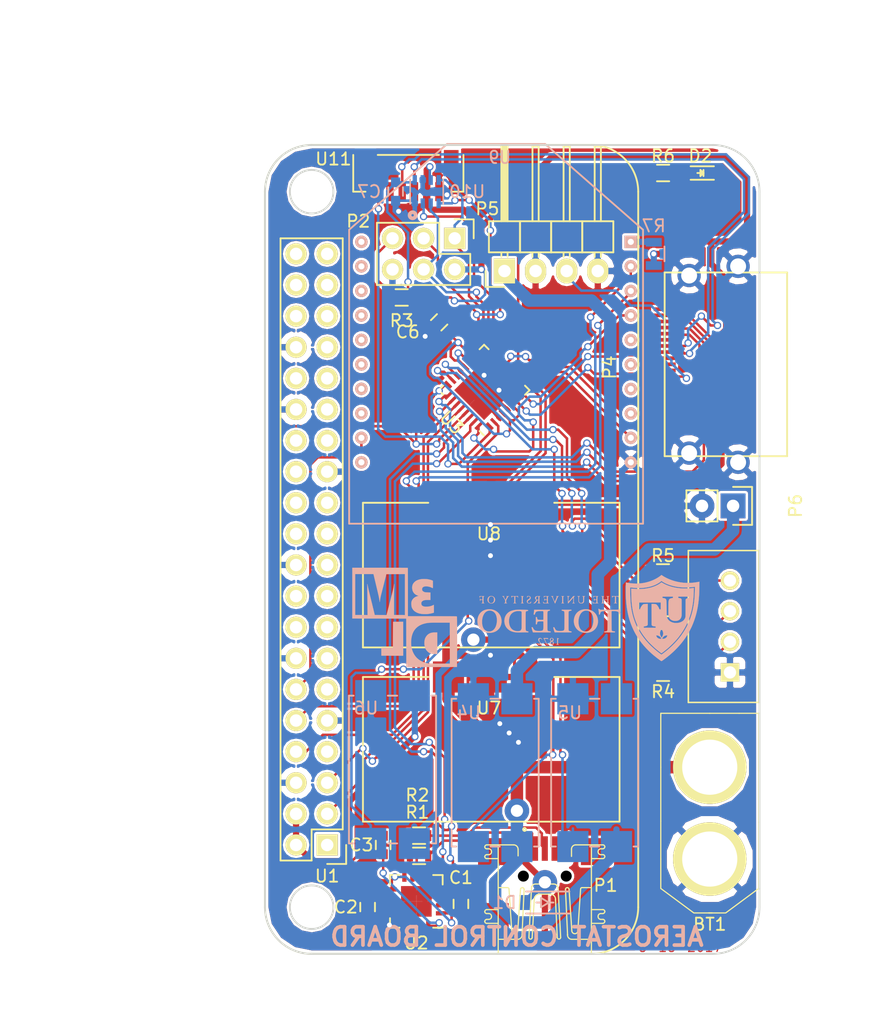
<source format=kicad_pcb>
(kicad_pcb (version 4) (host pcbnew 4.0.5+dfsg1-4)
  (layers (0 F.Cu signal) (31 B.Cu signal) (34 B.Paste user) (35 F.Paste user) (36 B.SilkS user) (37 F.SilkS user) (38 B.Mask user) (39 F.Mask user) (44 Edge.Cuts user))
  (net 0 "")
  (net 1 "Net-(C1-Pad1)")
  (net 2 GND)
  (net 3 AVR_RST)
  (net 4 "Net-(C2-Pad2)")
  (net 5 +12C)
  (net 6 +3V3)
  (net 7 +5V)
  (net 8 BMP_CSB)
  (net 9 MOSI)
  (net 10 MISO)
  (net 11 SCK)
  (net 12 SDA)
  (net 13 SCL)
  (net 14 RX_AVR)
  (net 15 TX_AVR)
  (net 16 XBEE_INT)
  (net 17 "Net-(P1-Pad4)")
  (net 18 "Net-(U1-Pad1)")
  (net 19 "Net-(U1-Pad4)")
  (net 20 "Net-(U1-Pad6)")
  (net 21 "Net-(U1-Pad7)")
  (net 22 "Net-(U1-Pad8)")
  (net 23 "Net-(U1-Pad9)")
  (net 24 "Net-(U1-Pad10)")
  (net 25 "Net-(U1-Pad11)")
  (net 26 "Net-(U1-Pad12)")
  (net 27 "Net-(U1-Pad14)")
  (net 28 "Net-(U1-Pad15)")
  (net 29 "Net-(U1-Pad16)")
  (net 30 "Net-(U1-Pad17)")
  (net 31 "Net-(U1-Pad18)")
  (net 32 "Net-(U1-Pad19)")
  (net 33 "Net-(U1-Pad20)")
  (net 34 VCC_PI)
  (net 35 TX_PI)
  (net 36 RX_PI)
  (net 37 CTS)
  (net 38 "Net-(U1-Pad28)")
  (net 39 "Net-(U1-Pad29)")
  (net 40 "Net-(U1-Pad31)")
  (net 41 "Net-(U1-Pad32)")
  (net 42 "Net-(U1-Pad33)")
  (net 43 "Net-(U1-Pad34)")
  (net 44 "Net-(U1-Pad36)")
  (net 45 "Net-(U1-Pad38)")
  (net 46 "Net-(U1-Pad39)")
  (net 47 "Net-(U1-Pad40)")
  (net 48 "Net-(U2-Pad4)")
  (net 49 "Net-(U2-Pad5)")
  (net 50 "Net-(U2-Pad11)")
  (net 51 "Net-(U2-Pad12)")
  (net 52 "Net-(U2-Pad14)")
  (net 53 VCC_XBEE)
  (net 54 VCC_FPV)
  (net 55 VCC_uMCA)
  (net 56 TAKE_PICTURE)
  (net 57 SELECT)
  (net 58 SCROLL_DOWN)
  (net 59 uMCA_IDLE)
  (net 60 uMCA_BUSY)
  (net 61 SCROLL_UP)
  (net 62 uMCA_TX)
  (net 63 uMCA_RX)
  (net 64 VIDEO_OUT)
  (net 65 GPS_PWR_CTRL)
  (net 66 "Net-(P4-Pad6)")
  (net 67 "Net-(P4-Pad11)")
  (net 68 "Net-(P4-Pad16)")
  (net 69 "Net-(C3-Pad2)")
  (net 70 BAL_1)
  (net 71 BAL_2)
  (net 72 BAL_3)
  (net 73 BAL_1%2)
  (net 74 BAL_2%4)
  (net 75 BAL_3%6)
  (net 76 /Control/D1-)
  (net 77 /Control/D1+)
  (net 78 /Control/D2-)
  (net 79 /Control/D2+)
  (net 80 "Net-(R4-Pad8)")
  (net 81 "Net-(R4-Pad9)")
  (net 82 "Net-(R4-Pad4)")
  (net 83 "Net-(R4-Pad7)")
  (net 84 "Net-(R4-Pad13)")
  (net 85 "Net-(R4-Pad10)")
  (net 86 "Net-(R5-Pad15)")
  (net 87 "Net-(R5-Pad8)")
  (net 88 "Net-(R5-Pad9)")
  (net 89 "Net-(R5-Pad2)")
  (net 90 "Net-(R5-Pad4)")
  (net 91 "Net-(R5-Pad7)")
  (net 92 "Net-(R5-Pad13)")
  (net 93 "Net-(R5-Pad10)")
  (net 94 PI_PWR)
  (net 95 FPV_PWR)
  (net 96 uMCA_PWR)
  (net 97 XBEE_SLEEP)
  (net 98 "Net-(U9-Pad5)")
  (net 99 "Net-(U9-Pad6)")
  (net 100 "Net-(U9-Pad7)")
  (net 101 "Net-(U9-Pad20)")
  (net 102 "Net-(U9-Pad19)")
  (net 103 "Net-(U9-Pad18)")
  (net 104 "Net-(U9-Pad17)")
  (net 105 "Net-(U9-Pad16)")
  (net 106 "Net-(U9-Pad15)")
  (net 107 "Net-(U9-Pad14)")
  (net 108 "Net-(U9-Pad13)")
  (net 109 "Net-(U9-Pad11)")
  (net 110 "Net-(U11-Pad5)")
  (net 111 "Net-(D2-Pad2)")
  (net 112 "Net-(R6-Pad2)")
  (net 113 "Net-(P4-Pad1)")
  (net 114 "Net-(P4-Pad14)")
  (net 115 "Net-(P4-Pad17)")
  (net 116 "Net-(P4-Pad18)")
  (net 117 "Net-(P4-Pad19)")
  (module MOD:Pi_Zero_W (layer F.Cu) (at 146.685 110.998 180)
    (fp_text reference U1 (at 0 -2.54 180) (layer F.SilkS))
    (fp_text value Pi_Zero_W)
    (pad 1 thru_hole rect (at 0 0 180) (size 1.7272 1.7272) (drill 1.016) (layers *.Cu *.Mask F.SilkS) (net 18 "Net-(U1-Pad1)"))
    (pad 21 thru_hole oval (at 2.54 0 180) (size 1.7272 1.7272) (drill 1.016) (layers *.Cu *.Mask F.SilkS) (net 34 VCC_PI))
    (pad 2 thru_hole oval (at 0 2.54 180) (size 1.7272 1.7272) (drill 1.016) (layers *.Cu *.Mask F.SilkS) (net 12 SDA))
    (pad 22 thru_hole oval (at 2.54 2.54 180) (size 1.7272 1.7272) (drill 1.016) (layers *.Cu *.Mask F.SilkS) (net 34 VCC_PI))
    (pad 3 thru_hole oval (at 0 5.08 180) (size 1.7272 1.7272) (drill 1.016) (layers *.Cu *.Mask F.SilkS) (net 13 SCL))
    (pad 23 thru_hole oval (at 2.54 5.08 180) (size 1.7272 1.7272) (drill 1.016) (layers *.Cu *.Mask F.SilkS) (net 2 GND))
    (pad 4 thru_hole oval (at 0 7.62 180) (size 1.7272 1.7272) (drill 1.016) (layers *.Cu *.Mask F.SilkS) (net 19 "Net-(U1-Pad4)"))
    (pad 24 thru_hole oval (at 2.54 7.62 180) (size 1.7272 1.7272) (drill 1.016) (layers *.Cu *.Mask F.SilkS) (net 35 TX_PI))
    (pad 5 thru_hole oval (at 0 10.16 180) (size 1.7272 1.7272) (drill 1.016) (layers *.Cu *.Mask F.SilkS) (net 2 GND))
    (pad 25 thru_hole oval (at 2.54 10.16 180) (size 1.7272 1.7272) (drill 1.016) (layers *.Cu *.Mask F.SilkS) (net 36 RX_PI))
    (pad 6 thru_hole oval (at 0 12.7 180) (size 1.7272 1.7272) (drill 1.016) (layers *.Cu *.Mask F.SilkS) (net 20 "Net-(U1-Pad6)"))
    (pad 26 thru_hole oval (at 2.54 12.7 180) (size 1.7272 1.7272) (drill 1.016) (layers *.Cu *.Mask F.SilkS) (net 37 CTS))
    (pad 7 thru_hole oval (at 0 15.24 180) (size 1.7272 1.7272) (drill 1.016) (layers *.Cu *.Mask F.SilkS) (net 21 "Net-(U1-Pad7)"))
    (pad 27 thru_hole oval (at 2.54 15.24 180) (size 1.7272 1.7272) (drill 1.016) (layers *.Cu *.Mask F.SilkS) (net 2 GND))
    (pad 8 thru_hole oval (at 0 17.78 180) (size 1.7272 1.7272) (drill 1.016) (layers *.Cu *.Mask F.SilkS) (net 22 "Net-(U1-Pad8)"))
    (pad 28 thru_hole oval (at 2.54 17.78 180) (size 1.7272 1.7272) (drill 1.016) (layers *.Cu *.Mask F.SilkS) (net 38 "Net-(U1-Pad28)"))
    (pad 9 thru_hole oval (at 0 20.32 180) (size 1.7272 1.7272) (drill 1.016) (layers *.Cu *.Mask F.SilkS) (net 23 "Net-(U1-Pad9)"))
    (pad 29 thru_hole oval (at 2.54 20.32 180) (size 1.7272 1.7272) (drill 1.016) (layers *.Cu *.Mask F.SilkS) (net 39 "Net-(U1-Pad29)"))
    (pad 10 thru_hole oval (at 0 22.86 180) (size 1.7272 1.7272) (drill 1.016) (layers *.Cu *.Mask F.SilkS) (net 24 "Net-(U1-Pad10)"))
    (pad 30 thru_hole oval (at 2.54 22.86 180) (size 1.7272 1.7272) (drill 1.016) (layers *.Cu *.Mask F.SilkS) (net 2 GND))
    (pad 11 thru_hole oval (at 0 25.4 180) (size 1.7272 1.7272) (drill 1.016) (layers *.Cu *.Mask F.SilkS) (net 25 "Net-(U1-Pad11)"))
    (pad 31 thru_hole oval (at 2.54 25.4 180) (size 1.7272 1.7272) (drill 1.016) (layers *.Cu *.Mask F.SilkS) (net 40 "Net-(U1-Pad31)"))
    (pad 12 thru_hole oval (at 0 27.94 180) (size 1.7272 1.7272) (drill 1.016) (layers *.Cu *.Mask F.SilkS) (net 26 "Net-(U1-Pad12)"))
    (pad 32 thru_hole oval (at 2.54 27.94 180) (size 1.7272 1.7272) (drill 1.016) (layers *.Cu *.Mask F.SilkS) (net 41 "Net-(U1-Pad32)"))
    (pad 13 thru_hole oval (at 0 30.48 180) (size 1.7272 1.7272) (drill 1.016) (layers *.Cu *.Mask F.SilkS) (net 2 GND))
    (pad 33 thru_hole oval (at 2.54 30.48 180) (size 1.7272 1.7272) (drill 1.016) (layers *.Cu *.Mask F.SilkS) (net 42 "Net-(U1-Pad33)"))
    (pad 14 thru_hole oval (at 0 33.02 180) (size 1.7272 1.7272) (drill 1.016) (layers *.Cu *.Mask F.SilkS) (net 27 "Net-(U1-Pad14)"))
    (pad 34 thru_hole oval (at 2.54 33.02 180) (size 1.7272 1.7272) (drill 1.016) (layers *.Cu *.Mask F.SilkS) (net 43 "Net-(U1-Pad34)"))
    (pad 15 thru_hole oval (at 0 35.56 180) (size 1.7272 1.7272) (drill 1.016) (layers *.Cu *.Mask F.SilkS) (net 28 "Net-(U1-Pad15)"))
    (pad 35 thru_hole oval (at 2.54 35.56 180) (size 1.7272 1.7272) (drill 1.016) (layers *.Cu *.Mask F.SilkS) (net 2 GND))
    (pad 16 thru_hole oval (at 0 38.1 180) (size 1.7272 1.7272) (drill 1.016) (layers *.Cu *.Mask F.SilkS) (net 29 "Net-(U1-Pad16)"))
    (pad 36 thru_hole oval (at 2.54 38.1 180) (size 1.7272 1.7272) (drill 1.016) (layers *.Cu *.Mask F.SilkS) (net 44 "Net-(U1-Pad36)"))
    (pad 17 thru_hole oval (at 0 40.64 180) (size 1.7272 1.7272) (drill 1.016) (layers *.Cu *.Mask F.SilkS) (net 30 "Net-(U1-Pad17)"))
    (pad 37 thru_hole oval (at 2.54 40.64 180) (size 1.7272 1.7272) (drill 1.016) (layers *.Cu *.Mask F.SilkS) (net 2 GND))
    (pad 18 thru_hole oval (at 0 43.18 180) (size 1.7272 1.7272) (drill 1.016) (layers *.Cu *.Mask F.SilkS) (net 31 "Net-(U1-Pad18)"))
    (pad 38 thru_hole oval (at 2.54 43.18 180) (size 1.7272 1.7272) (drill 1.016) (layers *.Cu *.Mask F.SilkS) (net 45 "Net-(U1-Pad38)"))
    (pad 19 thru_hole oval (at 0 45.72 180) (size 1.7272 1.7272) (drill 1.016) (layers *.Cu *.Mask F.SilkS) (net 32 "Net-(U1-Pad19)"))
    (pad 39 thru_hole oval (at 2.54 45.72 180) (size 1.7272 1.7272) (drill 1.016) (layers *.Cu *.Mask F.SilkS) (net 46 "Net-(U1-Pad39)"))
    (pad 20 thru_hole oval (at 0 48.26 180) (size 1.7272 1.7272) (drill 1.016) (layers *.Cu *.Mask F.SilkS) (net 33 "Net-(U1-Pad20)"))
    (pad 40 thru_hole oval (at 2.54 48.26 180) (size 1.7272 1.7272) (drill 1.016) (layers *.Cu *.Mask F.SilkS) (net 47 "Net-(U1-Pad40)"))
  )
  (module "MOD:VOLTAGE REG MODULE" (layer F.Cu) (at 160.147 107.823 180)
    (fp_text reference U7 (at 0.254 8.001 180) (layer F.SilkS))
    (fp_text value 5V)
    (pad 2 smd rect (at 0.0635 10.541 180) (size 2.54 2.54) (layers F.Cu F.Paste F.Mask) (net 2 GND))
    (pad 3 smd rect (at 3.556 10.541 180) (size 2.54 2.54) (layers F.Cu F.Paste F.Mask) (net 5 +12C))
    (pad 1 smd rect (at -3.429 10.541 180) (size 2.54 2.54) (layers F.Cu F.Paste F.Mask) (net 7 +5V))
  )
  (module MOD:XT60 (layer F.Cu) (at 177.927 112.148 90)
    (fp_text reference BT1 (at -5.327 0 180) (layer F.SilkS))
    (fp_text value "11.1V LIPO")
    (pad 2 thru_hole circle (at 0 0 90) (size 6 6) (drill 4.5) (layers *.Cu *.Mask F.SilkS) (net 2 GND))
    (pad 1 thru_hole circle (at 7.5 0 90) (size 6 6) (drill 4.5) (layers *.Cu *.Mask F.SilkS) (net 5 +12C))
  )
  (module Capacitors_SMD:C_0603 (layer F.Cu) (at 157.607 115.812 90)
    (fp_text reference C1 (at 2.147 0 180) (layer F.SilkS))
    (fp_text value 1uF)
    (pad 1 smd rect (at -0.75 0 90) (size 0.8 0.75) (layers F.Cu F.Paste F.Mask) (net 1 "Net-(C1-Pad1)"))
    (pad 2 smd rect (at 0.75 0 90) (size 0.8 0.75) (layers F.Cu F.Paste F.Mask) (net 2 GND))
  )
  (module Capacitors_SMD:C_0603 (layer F.Cu) (at 149.987 116.066 90)
    (fp_text reference C2 (at 0 -1.778 180) (layer F.SilkS))
    (fp_text value 1uF)
    (pad 1 smd rect (at -0.75 0 90) (size 0.8 0.75) (layers F.Cu F.Paste F.Mask) (net 2 GND))
    (pad 2 smd rect (at 0.75 0 90) (size 0.8 0.75) (layers F.Cu F.Paste F.Mask) (net 4 "Net-(C2-Pad2)"))
  )
  (module Capacitors_SMD:C_0603 (layer F.Cu) (at 151.257 110.998 270)
    (fp_text reference C3 (at 0 1.778 360) (layer F.SilkS))
    (fp_text value 0.1uF)
    (pad 1 smd rect (at -0.75 0 270) (size 0.8 0.75) (layers F.Cu F.Paste F.Mask) (net 3 AVR_RST))
    (pad 2 smd rect (at 0.75 0 270) (size 0.8 0.75) (layers F.Cu F.Paste F.Mask) (net 69 "Net-(C3-Pad2)"))
  )
  (module Capacitors_SMD:C_0603 (layer B.Cu) (at 152.273 57.646 270)
    (fp_text reference C7 (at 0.012 2.159 360) (layer B.SilkS) (effects (justify mirror)))
    (fp_text value 1uF)
    (pad 1 smd rect (at -0.75 0 270) (size 0.8 0.75) (layers B.Cu B.Paste B.Mask) (net 6 +3V3))
    (pad 2 smd rect (at 0.75 0 270) (size 0.8 0.75) (layers B.Cu B.Paste B.Mask) (net 2 GND))
  )
  (module Diodes_SMD:SOD-123 (layer B.Cu) (at 164.465 115.697 180)
    (fp_text reference D1 (at 3.302 0 180) (layer B.SilkS) (effects (justify mirror)))
    (fp_text value 1A)
    (pad 1 smd rect (at -1.635 0 180) (size 0.91 1.22) (layers B.Cu B.Paste B.Mask) (net 5 +12C))
    (pad 2 smd rect (at 1.635 0 180) (size 0.91 1.22) (layers B.Cu B.Paste B.Mask) (net 4 "Net-(C2-Pad2)"))
  )
  (module MOD:UX60-MB-5ST (layer F.Cu) (at 164.456 111)
    (fp_text reference P1 (at 4.962 3.3) (layer F.SilkS))
    (fp_text value USB_OTG hide)
    (pad M3 smd rect (at -4.2 0.54 90) (size 2.2 2.5) (layers F.Cu F.Paste F.Mask))
    (pad M4 smd rect (at 4.2 0.54 90) (size 2.2 2.5) (layers F.Cu F.Paste F.Mask))
    (pad M2 smd rect (at -4.2 5.84 90) (size 2.2 2.5) (layers F.Cu F.Paste F.Mask))
    (pad M1 smd rect (at 4.2 5.84 90) (size 2.2 2.5) (layers F.Cu F.Paste F.Mask))
    (pad 1 smd rect (at -1.6 0.29 90) (size 2 0.5) (layers F.Cu F.Paste F.Mask) (net 4 "Net-(C2-Pad2)"))
    (pad 2 smd rect (at -0.8 0.29 90) (size 2 0.5) (layers F.Cu F.Paste F.Mask) (net 76 /Control/D1-))
    (pad 3 smd rect (at 0 0.29 90) (size 2 0.5) (layers F.Cu F.Paste F.Mask) (net 77 /Control/D1+))
    (pad 4 smd rect (at 0.8 0.29 90) (size 2 0.5) (layers F.Cu F.Paste F.Mask) (net 17 "Net-(P1-Pad4)"))
    (pad 5 smd rect (at 1.6 0.29 90) (size 2 0.5) (layers F.Cu F.Paste F.Mask) (net 2 GND))
    (pad Hole np_thru_hole circle (at -1.75 2.54) (size 0.9 0.9) (drill 0.9) (layers))
    (pad Hole np_thru_hole circle (at 1.75 2.54) (size 0.9 0.9) (drill 0.9) (layers))
  )
  (module Pin_Headers:Pin_Header_Straight_2x03 (layer F.Cu) (at 157.099 61.468 270)
    (fp_text reference P2 (at -1.397 7.874 360) (layer F.SilkS))
    (fp_text value ICSP)
    (pad 1 thru_hole rect (at 0 0 270) (size 1.7272 1.7272) (drill 1.016) (layers *.Cu *.Mask F.SilkS) (net 10 MISO))
    (pad 2 thru_hole oval (at 2.54 0 270) (size 1.7272 1.7272) (drill 1.016) (layers *.Cu *.Mask F.SilkS) (net 6 +3V3))
    (pad 3 thru_hole oval (at 0 2.54 270) (size 1.7272 1.7272) (drill 1.016) (layers *.Cu *.Mask F.SilkS) (net 11 SCK))
    (pad 4 thru_hole oval (at 2.54 2.54 270) (size 1.7272 1.7272) (drill 1.016) (layers *.Cu *.Mask F.SilkS) (net 9 MOSI))
    (pad 5 thru_hole oval (at 0 5.08 270) (size 1.7272 1.7272) (drill 1.016) (layers *.Cu *.Mask F.SilkS) (net 3 AVR_RST))
    (pad 6 thru_hole oval (at 2.54 5.08 270) (size 1.7272 1.7272) (drill 1.016) (layers *.Cu *.Mask F.SilkS) (net 2 GND))
  )
  (module "MOD:JST_B4B-XH-A(LF)(SN)" (layer F.Cu) (at 179.578 93.158 90)
    (fp_text reference P3 hide)
    (fp_text value "LIPO BALANCE" hide)
    (pad 1 thru_hole rect (at -3.75 0 90) (size 1.508 1.508) (drill 1) (layers *.Cu *.Mask F.SilkS) (net 2 GND))
    (pad 2 thru_hole circle (at -1.25 0 90) (size 1.508 1.508) (drill 1) (layers *.Cu *.Mask F.SilkS) (net 70 BAL_1))
    (pad 3 thru_hole circle (at 1.25 0 90) (size 1.508 1.508) (drill 1) (layers *.Cu *.Mask F.SilkS) (net 71 BAL_2))
    (pad 4 thru_hole circle (at 3.75 0 90) (size 1.508 1.508) (drill 1) (layers *.Cu *.Mask F.SilkS) (net 72 BAL_3))
  )
  (module Resistors_SMD:R_0603 (layer F.Cu) (at 154.19 111.887)
    (fp_text reference R1 (at -0.139 -3.556) (layer F.SilkS))
    (fp_text value 22)
    (pad 1 smd rect (at -0.75 0) (size 0.5 0.9) (layers F.Cu F.Paste F.Mask) (net 78 /Control/D2-))
    (pad 2 smd rect (at 0.75 0) (size 0.5 0.9) (layers F.Cu F.Paste F.Mask) (net 76 /Control/D1-))
  )
  (module Resistors_SMD:R_0603 (layer F.Cu) (at 154.19 110.236)
    (fp_text reference R2 (at -0.139 -3.302) (layer F.SilkS))
    (fp_text value 22)
    (pad 1 smd rect (at -0.75 0) (size 0.5 0.9) (layers F.Cu F.Paste F.Mask) (net 79 /Control/D2+))
    (pad 2 smd rect (at 0.75 0) (size 0.5 0.9) (layers F.Cu F.Paste F.Mask) (net 77 /Control/D1+))
  )
  (module Resistors_SMD:R_0603 (layer F.Cu) (at 152.769 66.294 180)
    (fp_text reference R3 (at 0 -1.9 180) (layer F.SilkS))
    (fp_text value 10K)
    (pad 1 smd rect (at -0.75 0 180) (size 0.5 0.9) (layers F.Cu F.Paste F.Mask) (net 6 +3V3))
    (pad 2 smd rect (at 0.75 0 180) (size 0.5 0.9) (layers F.Cu F.Paste F.Mask) (net 3 AVR_RST))
  )
  (module Resistors_SMD:R_Array_Convex_8x0602 (layer F.Cu) (at 174.117 95.484 180)
    (fp_text reference R4 (at 0 -3 180) (layer F.SilkS))
    (fp_text value R_PACK8)
    (pad 1 smd rect (at -0.9 -1.75 180) (size 0.8 0.3) (layers F.Cu F.Paste F.Mask) (net 70 BAL_1))
    (pad 16 smd rect (at 0.9 -1.75 180) (size 0.8 0.3) (layers F.Cu F.Paste F.Mask) (net 73 BAL_1%2))
    (pad 8 smd rect (at -0.9 1.75 180) (size 0.8 0.3) (layers F.Cu F.Paste F.Mask) (net 80 "Net-(R4-Pad8)"))
    (pad 9 smd rect (at 0.9 1.75 180) (size 0.8 0.3) (layers F.Cu F.Paste F.Mask) (net 81 "Net-(R4-Pad9)"))
    (pad 2 smd rect (at -0.9 -1.25 180) (size 0.8 0.3) (layers F.Cu F.Paste F.Mask) (net 2 GND))
    (pad 3 smd rect (at -0.9 -0.75 180) (size 0.8 0.3) (layers F.Cu F.Paste F.Mask) (net 71 BAL_2))
    (pad 4 smd rect (at -0.9 -0.25 180) (size 0.8 0.3) (layers F.Cu F.Paste F.Mask) (net 82 "Net-(R4-Pad4)"))
    (pad 5 smd rect (at -0.9 0.25 180) (size 0.8 0.3) (layers F.Cu F.Paste F.Mask) (net 82 "Net-(R4-Pad4)"))
    (pad 6 smd rect (at -0.9 0.75 180) (size 0.8 0.3) (layers F.Cu F.Paste F.Mask) (net 2 GND))
    (pad 7 smd rect (at -0.9 1.25 180) (size 0.8 0.3) (layers F.Cu F.Paste F.Mask) (net 83 "Net-(R4-Pad7)"))
    (pad 15 smd rect (at 0.9 -1.25 180) (size 0.8 0.3) (layers F.Cu F.Paste F.Mask) (net 73 BAL_1%2))
    (pad 14 smd rect (at 0.9 -0.75 180) (size 0.8 0.3) (layers F.Cu F.Paste F.Mask) (net 84 "Net-(R4-Pad13)"))
    (pad 13 smd rect (at 0.9 -0.25 180) (size 0.8 0.3) (layers F.Cu F.Paste F.Mask) (net 84 "Net-(R4-Pad13)"))
    (pad 11 smd rect (at 0.9 0.75 180) (size 0.8 0.3) (layers F.Cu F.Paste F.Mask) (net 74 BAL_2%4))
    (pad 12 smd rect (at 0.9 0.25 180) (size 0.8 0.3) (layers F.Cu F.Paste F.Mask) (net 74 BAL_2%4))
    (pad 10 smd rect (at 0.9 1.25 180) (size 0.8 0.3) (layers F.Cu F.Paste F.Mask) (net 85 "Net-(R4-Pad10)"))
  )
  (module Resistors_SMD:R_Array_Convex_8x0602 (layer F.Cu) (at 174.106 90.198 180)
    (fp_text reference R5 (at -0.011 2.822 180) (layer F.SilkS))
    (fp_text value R_PACK8)
    (pad 1 smd rect (at -0.9 -1.75 180) (size 0.8 0.3) (layers F.Cu F.Paste F.Mask) (net 72 BAL_3))
    (pad 16 smd rect (at 0.9 -1.75 180) (size 0.8 0.3) (layers F.Cu F.Paste F.Mask) (net 86 "Net-(R5-Pad15)"))
    (pad 8 smd rect (at -0.9 1.75 180) (size 0.8 0.3) (layers F.Cu F.Paste F.Mask) (net 87 "Net-(R5-Pad8)"))
    (pad 9 smd rect (at 0.9 1.75 180) (size 0.8 0.3) (layers F.Cu F.Paste F.Mask) (net 88 "Net-(R5-Pad9)"))
    (pad 2 smd rect (at -0.9 -1.25 180) (size 0.8 0.3) (layers F.Cu F.Paste F.Mask) (net 89 "Net-(R5-Pad2)"))
    (pad 3 smd rect (at -0.9 -0.75 180) (size 0.8 0.3) (layers F.Cu F.Paste F.Mask) (net 89 "Net-(R5-Pad2)"))
    (pad 4 smd rect (at -0.9 -0.25 180) (size 0.8 0.3) (layers F.Cu F.Paste F.Mask) (net 90 "Net-(R5-Pad4)"))
    (pad 5 smd rect (at -0.9 0.25 180) (size 0.8 0.3) (layers F.Cu F.Paste F.Mask) (net 90 "Net-(R5-Pad4)"))
    (pad 6 smd rect (at -0.9 0.75 180) (size 0.8 0.3) (layers F.Cu F.Paste F.Mask) (net 2 GND))
    (pad 7 smd rect (at -0.9 1.25 180) (size 0.8 0.3) (layers F.Cu F.Paste F.Mask) (net 91 "Net-(R5-Pad7)"))
    (pad 15 smd rect (at 0.9 -1.25 180) (size 0.8 0.3) (layers F.Cu F.Paste F.Mask) (net 86 "Net-(R5-Pad15)"))
    (pad 14 smd rect (at 0.9 -0.75 180) (size 0.8 0.3) (layers F.Cu F.Paste F.Mask) (net 92 "Net-(R5-Pad13)"))
    (pad 13 smd rect (at 0.9 -0.25 180) (size 0.8 0.3) (layers F.Cu F.Paste F.Mask) (net 92 "Net-(R5-Pad13)"))
    (pad 11 smd rect (at 0.9 0.75 180) (size 0.8 0.3) (layers F.Cu F.Paste F.Mask) (net 75 BAL_3%6))
    (pad 12 smd rect (at 0.9 0.25 180) (size 0.8 0.3) (layers F.Cu F.Paste F.Mask) (net 75 BAL_3%6))
    (pad 10 smd rect (at 0.9 1.25 180) (size 0.8 0.3) (layers F.Cu F.Paste F.Mask) (net 93 "Net-(R5-Pad10)"))
  )
  (module Housings_DFN_QFN:QFN-16-1EP_4x4mm_Pitch0.65mm (layer F.Cu) (at 153.965 115.602 180)
    (fp_text reference U2 (at 0 -3.4 180) (layer F.SilkS))
    (fp_text value FT230XQ-R)
    (pad 1 smd rect (at -2 -0.975 180) (size 0.8 0.35) (layers F.Cu F.Paste F.Mask) (net 1 "Net-(C1-Pad1)"))
    (pad 2 smd rect (at -2 -0.325 180) (size 0.8 0.35) (layers F.Cu F.Paste F.Mask) (net 15 TX_AVR))
    (pad 3 smd rect (at -2 0.325 180) (size 0.8 0.35) (layers F.Cu F.Paste F.Mask) (net 2 GND))
    (pad 4 smd rect (at -2 0.975 180) (size 0.8 0.35) (layers F.Cu F.Paste F.Mask) (net 48 "Net-(U2-Pad4)"))
    (pad 5 smd rect (at -0.975 2 270) (size 0.8 0.35) (layers F.Cu F.Paste F.Mask) (net 49 "Net-(U2-Pad5)"))
    (pad 6 smd rect (at -0.325 2 270) (size 0.8 0.35) (layers F.Cu F.Paste F.Mask) (net 79 /Control/D2+))
    (pad 7 smd rect (at 0.325 2 270) (size 0.8 0.35) (layers F.Cu F.Paste F.Mask) (net 78 /Control/D2-))
    (pad 8 smd rect (at 0.975 2 270) (size 0.8 0.35) (layers F.Cu F.Paste F.Mask) (net 1 "Net-(C1-Pad1)"))
    (pad 9 smd rect (at 2 0.975 180) (size 0.8 0.35) (layers F.Cu F.Paste F.Mask) (net 1 "Net-(C1-Pad1)"))
    (pad 10 smd rect (at 2 0.325 180) (size 0.8 0.35) (layers F.Cu F.Paste F.Mask) (net 4 "Net-(C2-Pad2)"))
    (pad 11 smd rect (at 2 -0.325 180) (size 0.8 0.35) (layers F.Cu F.Paste F.Mask) (net 50 "Net-(U2-Pad11)"))
    (pad 12 smd rect (at 2 -0.975 180) (size 0.8 0.35) (layers F.Cu F.Paste F.Mask) (net 51 "Net-(U2-Pad12)"))
    (pad 13 smd rect (at 0.975 -2 270) (size 0.8 0.35) (layers F.Cu F.Paste F.Mask) (net 2 GND))
    (pad 14 smd rect (at 0.325 -2 270) (size 0.8 0.35) (layers F.Cu F.Paste F.Mask) (net 52 "Net-(U2-Pad14)"))
    (pad 15 smd rect (at -0.325 -2 270) (size 0.8 0.35) (layers F.Cu F.Paste F.Mask) (net 14 RX_AVR))
    (pad 16 smd rect (at -0.975 -2 270) (size 0.8 0.35) (layers F.Cu F.Paste F.Mask) (net 69 "Net-(C3-Pad2)"))
    (pad 17 smd rect (at 0.625 0.625 180) (size 1.25 1.25) (layers F.Cu F.Paste F.Mask) (net 2 GND))
    (pad 17 smd rect (at 0.625 -0.625 180) (size 1.25 1.25) (layers F.Cu F.Paste F.Mask) (net 2 GND))
    (pad 17 smd rect (at -0.625 0.625 180) (size 1.25 1.25) (layers F.Cu F.Paste F.Mask) (net 2 GND))
    (pad 17 smd rect (at -0.625 -0.625 180) (size 1.25 1.25) (layers F.Cu F.Paste F.Mask) (net 2 GND))
  )
  (module "MOD:LOAD SWITCH MODULE" (layer B.Cu) (at 163.957 113.665 90)
    (fp_text reference U4 (at 13.462 -5.715 180) (layer B.SilkS) (effects (justify mirror)))
    (fp_text value LOADSWITCHMODULE)
    (fp_line (start 3.81 -1.778) (end 3.937 -1.778) (layer B.Cu) (width 0.508))
    (pad 1 smd rect (at 2.54 -1.778 90) (size 2.54 2.54) (layers B.Cu B.Paste B.Mask) (net 5 +12C))
    (pad 2 smd rect (at 2.54 -5.334 90) (size 2.54 2.54) (layers B.Cu B.Paste B.Mask) (net 95 FPV_PWR))
    (pad 4 smd rect (at 14.605 -1.778 90) (size 2.54 2.54) (layers B.Cu B.Paste B.Mask) (net 54 VCC_FPV))
    (pad 3 smd rect (at 14.605 -5.334 90) (size 2.54 2.54) (layers B.Cu B.Paste B.Mask) (net 2 GND))
  )
  (module "MOD:LOAD SWITCH MODULE" (layer B.Cu) (at 172.085 113.665 90)
    (fp_text reference U5 (at 13.462 -5.588 180) (layer B.SilkS) (effects (justify mirror)))
    (fp_text value LOADSWITCHMODULE)
    (fp_line (start 3.81 -1.778) (end 3.937 -1.778) (layer B.Cu) (width 0.508))
    (pad 1 smd rect (at 2.54 -1.778 90) (size 2.54 2.54) (layers B.Cu B.Paste B.Mask) (net 5 +12C))
    (pad 2 smd rect (at 2.54 -5.334 90) (size 2.54 2.54) (layers B.Cu B.Paste B.Mask) (net 96 uMCA_PWR))
    (pad 4 smd rect (at 14.605 -1.778 90) (size 2.54 2.54) (layers B.Cu B.Paste B.Mask) (net 55 VCC_uMCA))
    (pad 3 smd rect (at 14.605 -5.334 90) (size 2.54 2.54) (layers B.Cu B.Paste B.Mask) (net 2 GND))
  )
  (module "MOD:LOAD SWITCH MODULE" (layer B.Cu) (at 155.575 113.411 90)
    (fp_text reference U6 (at 13.589 -5.715 180) (layer B.SilkS) (effects (justify mirror)))
    (fp_text value LOADSWITCHMODULE)
    (fp_line (start 3.81 -1.778) (end 3.937 -1.778) (layer B.Cu) (width 0.508))
    (pad 1 smd rect (at 2.54 -1.778 90) (size 2.54 2.54) (layers B.Cu B.Paste B.Mask) (net 7 +5V))
    (pad 2 smd rect (at 2.54 -5.334 90) (size 2.54 2.54) (layers B.Cu B.Paste B.Mask) (net 94 PI_PWR))
    (pad 4 smd rect (at 14.605 -1.778 90) (size 2.54 2.54) (layers B.Cu B.Paste B.Mask) (net 34 VCC_PI))
    (pad 3 smd rect (at 14.605 -5.334 90) (size 2.54 2.54) (layers B.Cu B.Paste B.Mask) (net 2 GND))
  )
  (module MOD:DIP-20 (layer B.Cu) (at 171.479 86.765 180)
    (fp_text reference U9 (at 10.697 31.901 180) (layer B.SilkS) (effects (font (size 1 0.9)) (justify mirror)))
    (fp_text value XBEE_PRO_S1 hide)
    (pad 1 thru_hole rect (at 0 25.009 180) (size 1.008 1.008) (drill 0.5) (layers *.Cu *.Mask B.SilkS) (net 53 VCC_XBEE))
    (pad 2 thru_hole circle (at 0 23.009 180) (size 1.008 1.008) (drill 0.5) (layers *.Cu *.Mask B.SilkS) (net 36 RX_PI))
    (pad 3 thru_hole circle (at 0 21 180) (size 1.008 1.008) (drill 0.5) (layers *.Cu *.Mask B.SilkS) (net 35 TX_PI))
    (pad 4 thru_hole circle (at 0 19 180) (size 1.008 1.008) (drill 0.5) (layers *.Cu *.Mask B.SilkS) (net 16 XBEE_INT))
    (pad 5 thru_hole circle (at 0 17 180) (size 1.008 1.008) (drill 0.5) (layers *.Cu *.Mask B.SilkS) (net 98 "Net-(U9-Pad5)"))
    (pad 6 thru_hole circle (at 0 15 180) (size 1.008 1.008) (drill 0.5) (layers *.Cu *.Mask B.SilkS) (net 99 "Net-(U9-Pad6)"))
    (pad 7 thru_hole circle (at 0 13 180) (size 1.008 1.008) (drill 0.5) (layers *.Cu *.Mask B.SilkS) (net 100 "Net-(U9-Pad7)"))
    (pad 8 thru_hole circle (at 0 11 180) (size 1.008 1.008) (drill 0.5) (layers *.Cu *.Mask B.SilkS))
    (pad 9 thru_hole circle (at 0 9.009 180) (size 1.008 1.008) (drill 0.5) (layers *.Cu *.Mask B.SilkS) (net 97 XBEE_SLEEP))
    (pad 10 thru_hole circle (at 0 7.009 180) (size 1.008 1.008) (drill 0.5) (layers *.Cu *.Mask B.SilkS) (net 2 GND))
    (pad 20 thru_hole circle (at 22 25.009 180) (size 1.008 1.008) (drill 0.5) (layers *.Cu *.Mask B.SilkS) (net 101 "Net-(U9-Pad20)"))
    (pad 19 thru_hole circle (at 22 23.009 180) (size 1.008 1.008) (drill 0.5) (layers *.Cu *.Mask B.SilkS) (net 102 "Net-(U9-Pad19)"))
    (pad 18 thru_hole circle (at 22 21.009 180) (size 1.008 1.008) (drill 0.5) (layers *.Cu *.Mask B.SilkS) (net 103 "Net-(U9-Pad18)"))
    (pad 17 thru_hole circle (at 22 19 180) (size 1.008 1.008) (drill 0.5) (layers *.Cu *.Mask B.SilkS) (net 104 "Net-(U9-Pad17)"))
    (pad 16 thru_hole circle (at 22 17.009 180) (size 1.008 1.008) (drill 0.5) (layers *.Cu *.Mask B.SilkS) (net 105 "Net-(U9-Pad16)"))
    (pad 15 thru_hole circle (at 22 15 180) (size 1.008 1.008) (drill 0.5) (layers *.Cu *.Mask B.SilkS) (net 106 "Net-(U9-Pad15)"))
    (pad 14 thru_hole circle (at 22 13.009 180) (size 1.008 1.008) (drill 0.5) (layers *.Cu *.Mask B.SilkS) (net 107 "Net-(U9-Pad14)"))
    (pad 13 thru_hole circle (at 22 11.009 180) (size 1.008 1.008) (drill 0.5) (layers *.Cu *.Mask B.SilkS) (net 108 "Net-(U9-Pad13)"))
    (pad 12 thru_hole circle (at 22 9.009 180) (size 1.008 1.008) (drill 0.5) (layers *.Cu *.Mask B.SilkS) (net 37 CTS))
    (pad 11 thru_hole circle (at 22 7.009 180) (size 1.008 1.008) (drill 0.5) (layers *.Cu *.Mask B.SilkS) (net 109 "Net-(U9-Pad11)"))
  )
  (module MOD:LGA-8 (layer B.Cu) (at 154.813 57.658 270)
    (fp_text reference U10 (at 0 -3.302 360) (layer B.SilkS) (effects (justify mirror)))
    (fp_text value BMP280 hide)
    (pad 2 smd rect (at 0.95 0.325 270) (size 0.8 0.35) (layers B.Cu B.Paste B.Mask) (net 8 BMP_CSB))
    (pad 7 smd rect (at -0.95 0.325 270) (size 0.8 0.35) (layers B.Cu B.Paste B.Mask) (net 2 GND))
    (pad 3 smd rect (at 0.95 -0.325 270) (size 0.8 0.35) (layers B.Cu B.Paste B.Mask) (net 9 MOSI))
    (pad 6 smd rect (at -0.95 -0.325 270) (size 0.8 0.35) (layers B.Cu B.Paste B.Mask) (net 6 +3V3))
    (pad 8 smd rect (at -0.95 0.975 270) (size 0.8 0.35) (layers B.Cu B.Paste B.Mask) (net 6 +3V3))
    (pad 1 smd rect (at 0.95 0.975 270) (size 0.8 0.35) (layers B.Cu B.Paste B.Mask) (net 2 GND))
    (pad 4 smd rect (at 0.95 -0.975 270) (size 0.8 0.35) (layers B.Cu B.Paste B.Mask) (net 11 SCK))
    (pad 5 smd rect (at -0.95 -0.975 270) (size 0.8 0.35) (layers B.Cu B.Paste B.Mask) (net 10 MISO))
  )
  (module MOD:GP-735T (layer F.Cu) (at 151.824034 61.848858 180)
    (fp_text reference U11 (at 4.631034 6.857858 360) (layer F.SilkS))
    (fp_text value GP-735T)
    (pad 6 smd rect (at 1.011034 4.190858) (size 0.6 1.55) (layers F.Cu F.Paste F.Mask) (net 65 GPS_PWR_CTRL))
    (pad 5 smd rect (at 0.011034 4.190858) (size 0.6 1.55) (layers F.Cu F.Paste F.Mask) (net 110 "Net-(U11-Pad5)"))
    (pad 4 smd rect (at -0.988966 4.190858) (size 0.6 1.55) (layers F.Cu F.Paste F.Mask) (net 62 uMCA_TX))
    (pad 3 smd rect (at -1.988966 4.190858) (size 0.6 1.55) (layers F.Cu F.Paste F.Mask) (net 63 uMCA_RX))
    (pad 2 smd rect (at -2.988966 4.190858) (size 0.6 1.55) (layers F.Cu F.Paste F.Mask) (net 6 +3V3))
    (pad 1 smd rect (at -3.988966 4.190858) (size 0.6 1.55) (layers F.Cu F.Paste F.Mask) (net 2 GND))
    (pad 7 smd rect (at 2.011034 6.690858) (size 1.2 1.8) (layers F.Cu F.Paste F.Mask))
    (pad 7 smd rect (at -4.988966 6.690858) (size 1.2 1.8) (layers F.Cu F.Paste F.Mask))
  )
  (module Pin_Headers:Pin_Header_Angled_1x04 (layer F.Cu) (at 161.163 64.135 90)
    (fp_text reference P5 (at 5.08 -1.397 180) (layer F.SilkS))
    (fp_text value FPV)
    (pad 1 thru_hole rect (at 0 0 90) (size 2.032 1.7272) (drill 1.016) (layers *.Cu *.Mask F.SilkS) (net 54 VCC_FPV))
    (pad 2 thru_hole oval (at 0 2.54 90) (size 2.032 1.7272) (drill 1.016) (layers *.Cu *.Mask F.SilkS) (net 2 GND))
    (pad 3 thru_hole oval (at 0 5.08 90) (size 2.032 1.7272) (drill 1.016) (layers *.Cu *.Mask F.SilkS) (net 64 VIDEO_OUT))
    (pad 4 thru_hole oval (at 0 7.62 90) (size 2.032 1.7272) (drill 1.016) (layers *.Cu *.Mask F.SilkS) (net 2 GND))
  )
  (module LEDs:LED_0603 (layer F.Cu) (at 177.165 56.134 180)
    (fp_text reference D2 (at 0 1.397 180) (layer F.SilkS))
    (fp_text value LED)
    (pad 2 smd rect (at 0.7493 0) (size 0.79756 0.79756) (layers F.Cu F.Paste F.Mask) (net 111 "Net-(D2-Pad2)"))
    (pad 1 smd rect (at -0.7493 0) (size 0.79756 0.79756) (layers F.Cu F.Paste F.Mask) (net 2 GND))
  )
  (module Resistors_SMD:R_0603 (layer F.Cu) (at 174.117 56.134 180)
    (fp_text reference R6 (at 0 1.397 180) (layer F.SilkS))
    (fp_text value 330)
    (pad 1 smd rect (at -0.75 0 180) (size 0.5 0.9) (layers F.Cu F.Paste F.Mask) (net 111 "Net-(D2-Pad2)"))
    (pad 2 smd rect (at 0.75 0 180) (size 0.5 0.9) (layers F.Cu F.Paste F.Mask) (net 112 "Net-(R6-Pad2)"))
  )
  (module Housings_DFN_QFN:QFN-32-1EP_5x5mm_Pitch0.5mm (layer F.Cu) (at 159.498507 73.865619 135)
    (fp_text reference U3 (at 0 -3.75 135) (layer F.SilkS))
    (fp_text value ATMEGA328P-M)
    (pad 1 smd rect (at -2.4 -1.75 135) (size 0.7 0.25) (layers F.Cu F.Paste F.Mask) (net 65 GPS_PWR_CTRL))
    (pad 2 smd rect (at -2.4 -1.25 135) (size 0.7 0.25) (layers F.Cu F.Paste F.Mask) (net 94 PI_PWR))
    (pad 3 smd rect (at -2.4 -0.75 135) (size 0.7 0.25) (layers F.Cu F.Paste F.Mask) (net 2 GND))
    (pad 4 smd rect (at -2.4 -0.25 135) (size 0.7 0.25) (layers F.Cu F.Paste F.Mask) (net 6 +3V3))
    (pad 5 smd rect (at -2.4 0.25 135) (size 0.7 0.25) (layers F.Cu F.Paste F.Mask) (net 2 GND))
    (pad 6 smd rect (at -2.4 0.75 135) (size 0.7 0.25) (layers F.Cu F.Paste F.Mask) (net 6 +3V3))
    (pad 7 smd rect (at -2.4 1.25 135) (size 0.7 0.25) (layers F.Cu F.Paste F.Mask) (net 59 uMCA_IDLE))
    (pad 8 smd rect (at -2.4 1.75 135) (size 0.7 0.25) (layers F.Cu F.Paste F.Mask) (net 60 uMCA_BUSY))
    (pad 9 smd rect (at -1.75 2.4 225) (size 0.7 0.25) (layers F.Cu F.Paste F.Mask) (net 95 FPV_PWR))
    (pad 10 smd rect (at -1.25 2.4 225) (size 0.7 0.25) (layers F.Cu F.Paste F.Mask) (net 96 uMCA_PWR))
    (pad 11 smd rect (at -0.75 2.4 225) (size 0.7 0.25) (layers F.Cu F.Paste F.Mask) (net 97 XBEE_SLEEP))
    (pad 12 smd rect (at -0.25 2.4 225) (size 0.7 0.25) (layers F.Cu F.Paste F.Mask) (net 112 "Net-(R6-Pad2)"))
    (pad 13 smd rect (at 0.25 2.4 225) (size 0.7 0.25) (layers F.Cu F.Paste F.Mask) (net 56 TAKE_PICTURE))
    (pad 14 smd rect (at 0.75 2.4 225) (size 0.7 0.25) (layers F.Cu F.Paste F.Mask) (net 8 BMP_CSB))
    (pad 15 smd rect (at 1.25 2.4 225) (size 0.7 0.25) (layers F.Cu F.Paste F.Mask) (net 9 MOSI))
    (pad 16 smd rect (at 1.75 2.4 225) (size 0.7 0.25) (layers F.Cu F.Paste F.Mask) (net 10 MISO))
    (pad 17 smd rect (at 2.4 1.75 135) (size 0.7 0.25) (layers F.Cu F.Paste F.Mask) (net 11 SCK))
    (pad 18 smd rect (at 2.4 1.25 135) (size 0.7 0.25) (layers F.Cu F.Paste F.Mask) (net 6 +3V3))
    (pad 19 smd rect (at 2.4 0.75 135) (size 0.7 0.25) (layers F.Cu F.Paste F.Mask) (net 74 BAL_2%4))
    (pad 20 smd rect (at 2.4 0.25 135) (size 0.7 0.25) (layers F.Cu F.Paste F.Mask) (net 6 +3V3))
    (pad 21 smd rect (at 2.4 -0.25 135) (size 0.7 0.25) (layers F.Cu F.Paste F.Mask) (net 2 GND))
    (pad 22 smd rect (at 2.4 -0.75 135) (size 0.7 0.25) (layers F.Cu F.Paste F.Mask) (net 75 BAL_3%6))
    (pad 23 smd rect (at 2.4 -1.25 135) (size 0.7 0.25) (layers F.Cu F.Paste F.Mask) (net 73 BAL_1%2))
    (pad 24 smd rect (at 2.4 -1.75 135) (size 0.7 0.25) (layers F.Cu F.Paste F.Mask) (net 57 SELECT))
    (pad 25 smd rect (at 1.75 -2.4 225) (size 0.7 0.25) (layers F.Cu F.Paste F.Mask) (net 58 SCROLL_DOWN))
    (pad 26 smd rect (at 1.25 -2.4 225) (size 0.7 0.25) (layers F.Cu F.Paste F.Mask) (net 61 SCROLL_UP))
    (pad 27 smd rect (at 0.75 -2.4 225) (size 0.7 0.25) (layers F.Cu F.Paste F.Mask) (net 12 SDA))
    (pad 28 smd rect (at 0.25 -2.4 225) (size 0.7 0.25) (layers F.Cu F.Paste F.Mask) (net 13 SCL))
    (pad 29 smd rect (at -0.25 -2.4 225) (size 0.7 0.25) (layers F.Cu F.Paste F.Mask) (net 3 AVR_RST))
    (pad 30 smd rect (at -0.75 -2.4 225) (size 0.7 0.25) (layers F.Cu F.Paste F.Mask) (net 14 RX_AVR))
    (pad 31 smd rect (at -1.25 -2.4 225) (size 0.7 0.25) (layers F.Cu F.Paste F.Mask) (net 15 TX_AVR))
    (pad 32 smd rect (at -1.75 -2.4 225) (size 0.7 0.25) (layers F.Cu F.Paste F.Mask) (net 16 XBEE_INT))
    (pad 33 smd rect (at 0.8625 0.8625 135) (size 1.725 1.725) (layers F.Cu F.Paste F.Mask) (net 2 GND))
    (pad 33 smd rect (at 0.8625 -0.8625 135) (size 1.725 1.725) (layers F.Cu F.Paste F.Mask) (net 2 GND))
    (pad 33 smd rect (at -0.8625 0.8625 135) (size 1.725 1.725) (layers F.Cu F.Paste F.Mask) (net 2 GND))
    (pad 33 smd rect (at -0.8625 -0.8625 135) (size 1.725 1.725) (layers F.Cu F.Paste F.Mask) (net 2 GND))
  )
  (module "MOD:VOLTAGE REG MODULE" (layer F.Cu) (at 160.147 93.599 180)
    (fp_text reference U8 (at 0.254 8.001 180) (layer F.SilkS))
    (fp_text value 3.3V)
    (pad 2 smd rect (at 0.0635 10.541 180) (size 2.54 2.54) (layers F.Cu F.Paste F.Mask) (net 2 GND))
    (pad 3 smd rect (at 3.556 10.541 180) (size 2.54 2.54) (layers F.Cu F.Paste F.Mask) (net 5 +12C))
    (pad 1 smd rect (at -3.429 10.541 180) (size 2.54 2.54) (layers F.Cu F.Paste F.Mask) (net 6 +3V3))
  )
  (module MOD:3MDL (layer B.Cu) (at 153.035 92.456 180)
    (fp_text reference G*** hide)
    (fp_text value LOGO hide)
  )
  (module Resistors_SMD:R_0805 (layer B.Cu) (at 173.355 62.738 90)
    (fp_text reference R7 (at 2.286 0 180) (layer B.SilkS) (effects (justify mirror)))
    (fp_text value .01)
    (pad 1 smd rect (at -0.95 0 90) (size 0.7 1.3) (layers B.Cu B.Paste B.Mask) (net 6 +3V3))
    (pad 2 smd rect (at 0.95 0 90) (size 0.7 1.3) (layers B.Cu B.Paste B.Mask) (net 53 VCC_XBEE))
  )
  (module Capacitors_SMD:C_0603 (layer F.Cu) (at 155.829 68.326 225)
    (fp_text reference C6 (at 2.366446 1.257236 360) (layer F.SilkS))
    (fp_text value 1uF)
    (pad 1 smd rect (at -0.75 0 225) (size 0.8 0.75) (layers F.Cu F.Paste F.Mask) (net 6 +3V3))
    (pad 2 smd rect (at 0.75 0 225) (size 0.8 0.75) (layers F.Cu F.Paste F.Mask) (net 2 GND))
  )
  (module MOD:UTLONG (layer B.Cu) (at 168.021 92.456 180)
    (fp_text reference G*** hide)
    (fp_text value LOGO hide)
  )
  (module MOD:10029449-111RLF (layer F.Cu) (at 169.244 72.004 90)
    (fp_text reference P4 (at 0 0.5 90) (layer F.SilkS))
    (fp_text value CONN_02X10)
    (pad 1 smd rect (at 4.75 5 90) (size 0.3 1.8) (layers F.Cu F.Paste F.Mask) (net 113 "Net-(P4-Pad1)"))
    (pad 2 smd rect (at 4.25 5 90) (size 0.3 1.8) (layers F.Cu F.Paste F.Mask) (net 57 SELECT))
    (pad 3 smd rect (at 3.75 5 90) (size 0.3 1.8) (layers F.Cu F.Paste F.Mask) (net 61 SCROLL_UP))
    (pad 4 smd rect (at 3.25 5 90) (size 0.3 1.8) (layers F.Cu F.Paste F.Mask) (net 58 SCROLL_DOWN))
    (pad 6 smd rect (at 2.25 5 90) (size 0.3 1.8) (layers F.Cu F.Paste F.Mask) (net 66 "Net-(P4-Pad6)"))
    (pad 8 smd rect (at 1.25 5 90) (size 0.3 1.8) (layers F.Cu F.Paste F.Mask) (net 63 uMCA_RX))
    (pad 5 smd rect (at 2.75 5 90) (size 0.3 1.8) (layers F.Cu F.Paste F.Mask) (net 56 TAKE_PICTURE))
    (pad 7 smd rect (at 1.75 5 90) (size 0.3 1.8) (layers F.Cu F.Paste F.Mask) (net 62 uMCA_TX))
    (pad 11 smd rect (at -0.25 5 90) (size 0.3 1.8) (layers F.Cu F.Paste F.Mask) (net 67 "Net-(P4-Pad11)"))
    (pad 16 smd rect (at -2.75 5 90) (size 0.3 1.8) (layers F.Cu F.Paste F.Mask) (net 68 "Net-(P4-Pad16)"))
    (pad 13 smd rect (at -1.25 5 90) (size 0.3 1.8) (layers F.Cu F.Paste F.Mask) (net 2 GND))
    (pad 14 smd rect (at -1.75 5 90) (size 0.3 1.8) (layers F.Cu F.Paste F.Mask) (net 114 "Net-(P4-Pad14)"))
    (pad 10 smd rect (at 0.25 5 90) (size 0.3 1.8) (layers F.Cu F.Paste F.Mask) (net 59 uMCA_IDLE))
    (pad 12 smd rect (at -0.75 5 90) (size 0.3 1.8) (layers F.Cu F.Paste F.Mask) (net 64 VIDEO_OUT))
    (pad 9 smd rect (at 0.75 5 90) (size 0.3 1.8) (layers F.Cu F.Paste F.Mask) (net 60 uMCA_BUSY))
    (pad 15 smd rect (at -2.25 5 90) (size 0.3 1.8) (layers F.Cu F.Paste F.Mask) (net 2 GND))
    (pad 17 smd rect (at -3.25 5 90) (size 0.3 1.8) (layers F.Cu F.Paste F.Mask) (net 115 "Net-(P4-Pad17)"))
    (pad 18 smd rect (at -3.75 5 90) (size 0.3 1.8) (layers F.Cu F.Paste F.Mask) (net 116 "Net-(P4-Pad18)"))
    (pad 19 smd rect (at -4.25 5 90) (size 0.3 1.8) (layers F.Cu F.Paste F.Mask) (net 117 "Net-(P4-Pad19)"))
    (pad 20 thru_hole circle (at 8.25 11 90) (size 1.9 1.9) (drill 1.3) (layers *.Cu *.Mask) (net 2 GND))
    (pad 20 thru_hole circle (at 7.5 7 90) (size 1.9 1.9) (drill 1.3) (layers *.Cu *.Mask) (net 2 GND))
    (pad 20 thru_hole circle (at -7 7 90) (size 1.9 1.9) (drill 1.3) (layers *.Cu *.Mask) (net 2 GND))
    (pad 20 thru_hole circle (at -7.75 11 90) (size 1.9 1.9) (drill 1.3) (layers *.Cu *.Mask) (net 2 GND))
  )
  (module Pin_Headers:Pin_Header_Straight_1x02 (layer F.Cu) (at 179.832 83.312 270)
    (fp_text reference P6 (at 0 -5.1 270) (layer F.SilkS))
    (fp_text value "uMCA PWR")
    (pad 1 thru_hole rect (at 0 0 270) (size 2.032 2.032) (drill 1.016) (layers *.Cu *.Mask) (net 55 VCC_uMCA))
    (pad 2 thru_hole oval (at 0 2.54 270) (size 2.032 2.032) (drill 1.016) (layers *.Cu *.Mask) (net 2 GND))
  )
  (gr_text "CDM REV B\n8-16-2017" (at 175.514 118.745) (layer F.Cu) (effects (font (size 0.75 0.75) (thickness 0.1))))
  (gr_text "AEROSTAT CONTROL BOARD" (at 162.179 118.491) (layer B.SilkS) (effects (font (size 1.5 1.5) (thickness 0.3)) (justify mirror)))
  (gr_circle (center 145.415 57.658) (end 147.193 57.658) (layer Edge.Cuts) (width 0.15))
  (gr_circle (center 145.415 116.078) (end 147.193 116.078) (layer Edge.Cuts) (width 0.15))
  (gr_arc (start 178.181 116.078) (end 181.991 116.078) (angle 90) (layer Edge.Cuts) (width 0.15))
  (gr_arc (start 145.415 116.078) (end 145.415 119.888) (angle 90) (layer Edge.Cuts) (width 0.15))
  (gr_line (start 178.181 53.848) (end 145.415 53.848) (layer Edge.Cuts) (width 0.15))
  (gr_arc (start 178.181 57.658) (end 178.181 53.848) (angle 90) (layer Edge.Cuts) (width 0.15))
  (gr_arc (start 145.415 57.658) (end 141.605 57.658) (angle 90) (layer Edge.Cuts) (width 0.15))
  (gr_line (start 178.181 119.888) (end 145.415 119.888) (layer Edge.Cuts) (width 0.15))
  (gr_line (start 181.991 57.658) (end 181.991 116.078) (layer Edge.Cuts) (width 0.15))
  (gr_line (start 141.605 57.658) (end 141.605 116.078) (layer Edge.Cuts) (width 0.15))
  (segment (start 153.099 113.602) (end 156.845 117.348) (width 0.2032) (layer B.Cu) (net 1))
  (segment (start 152.209 113.602) (end 153.099 113.602) (width 0.2032) (layer B.Cu) (net 1))
  (via (at 152.209 113.602) (size 0.6) (drill 0.4) (layers F.Cu B.Cu) (net 1))
  (segment (start 156.845 116.577) (end 157.61 116.577) (width 0.2032) (layer F.Cu) (net 1))
  (segment (start 155.965 116.577) (end 156.845 116.577) (width 0.2032) (layer F.Cu) (net 1))
  (segment (start 156.845 116.577) (end 156.845 117.348) (width 0.2032) (layer F.Cu) (net 1))
  (via (at 156.845 117.348) (size 0.6) (drill 0.4) (layers F.Cu B.Cu) (net 1))
  (segment (start 151.965 113.846) (end 152.209 113.602) (width 0.2032) (layer F.Cu) (net 1))
  (segment (start 152.209 113.602) (end 152.99 113.602) (width 0.2032) (layer F.Cu) (net 1))
  (segment (start 151.965 114.627) (end 151.965 113.846) (width 0.2032) (layer F.Cu) (net 1))
  (segment (start 160.02 86.106) (end 160.02 87.376) (width 0.2032) (layer F.Cu) (net 2))
  (via (at 160.02 87.376) (size 0.6) (drill 0.4) (layers F.Cu B.Cu) (net 2))
  (segment (start 160.02 84.836) (end 160.02 86.106) (width 0.2032) (layer B.Cu) (net 2))
  (via (at 160.02 86.106) (size 0.6) (drill 0.4) (layers F.Cu B.Cu) (net 2))
  (segment (start 161.544 101.854) (end 162.306 102.616) (width 0.2032) (layer F.Cu) (net 2))
  (via (at 162.306 102.616) (size 0.6) (drill 0.4) (layers F.Cu B.Cu) (net 2))
  (segment (start 160.782 101.092) (end 161.544 101.854) (width 0.2032) (layer B.Cu) (net 2))
  (via (at 161.544 101.854) (size 0.6) (drill 0.4) (layers F.Cu B.Cu) (net 2))
  (segment (start 160.528 99.1997) (end 160.528 100.838) (width 0.2032) (layer F.Cu) (net 2))
  (segment (start 160.528 100.838) (end 160.782 101.092) (width 0.2032) (layer F.Cu) (net 2))
  (via (at 160.782 101.092) (size 0.6) (drill 0.4) (layers F.Cu B.Cu) (net 2))
  (segment (start 160.0835 97.282) (end 160.0835 98.7552) (width 0.2032) (layer F.Cu) (net 2))
  (segment (start 160.0835 98.7552) (end 160.528 99.1997) (width 0.2032) (layer F.Cu) (net 2))
  (via (at 159.498507 72.64586) (size 0.6) (drill 0.4) (layers F.Cu B.Cu) (net 2))
  (via (at 160.718266 73.865619) (size 0.6) (drill 0.4) (layers F.Cu B.Cu) (net 2))
  (segment (start 160.718266 73.865619) (end 159.498507 75.085378) (width 0.2032) (layer F.Cu) (net 2))
  (segment (start 159.498507 72.64586) (end 160.718266 73.865619) (width 0.2032) (layer F.Cu) (net 2))
  (segment (start 158.278748 73.865619) (end 159.498507 72.64586) (width 0.2032) (layer F.Cu) (net 2))
  (segment (start 160.0835 97.282) (end 160.0835 95.5675) (width 0.2032) (layer F.Cu) (net 2))
  (via (at 160.02 95.504) (size 0.6) (drill 0.4) (layers F.Cu B.Cu) (net 2))
  (segment (start 160.0835 95.5675) (end 160.02 95.504) (width 0.2032) (layer F.Cu) (net 2))
  (segment (start 160.0835 83.058) (end 160.0835 84.7725) (width 0.2032) (layer F.Cu) (net 2))
  (segment (start 160.0835 84.7725) (end 160.02 84.836) (width 0.2032) (layer F.Cu) (net 2))
  (via (at 160.02 84.836) (size 0.6) (drill 0.4) (layers F.Cu B.Cu) (net 2))
  (segment (start 155.29867 68.85633) (end 154.686 69.469) (width 0.2032) (layer F.Cu) (net 2))
  (via (at 154.686 69.469) (size 0.6) (drill 0.4) (layers F.Cu B.Cu) (net 2))
  (segment (start 152.273 58.396) (end 153.4032 58.396) (width 0.2032) (layer B.Cu) (net 2))
  (segment (start 153.4032 58.396) (end 154.488 57.3112) (width 0.2032) (layer B.Cu) (net 2))
  (segment (start 154.488 57.3112) (end 154.488 56.708) (width 0.2032) (layer B.Cu) (net 2))
  (segment (start 152.273 58.396) (end 152.273 59.019738) (width 0.2032) (layer B.Cu) (net 2))
  (segment (start 152.273 59.019738) (end 152.516262 59.263) (width 0.2032) (layer B.Cu) (net 2))
  (via (at 152.516262 59.263) (size 0.6) (drill 0.4) (layers F.Cu B.Cu) (net 2))
  (segment (start 160.718266 73.865619) (end 160.718266 74.560722) (width 0.2032) (layer F.Cu) (net 2))
  (segment (start 160.665233 76.093005) (end 160.347036 75.774808) (width 0.2032) (layer F.Cu) (net 2))
  (segment (start 160.347036 75.774808) (end 160.347036 75.557001) (width 0.2032) (layer F.Cu) (net 2))
  (segment (start 160.347036 75.557001) (end 160.836335 75.067702) (width 0.2032) (layer F.Cu) (net 2))
  (segment (start 160.836335 75.067702) (end 161.054143 75.067702) (width 0.2032) (layer F.Cu) (net 2))
  (segment (start 161.054143 75.067702) (end 161.37234 75.385899) (width 0.2032) (layer F.Cu) (net 2))
  (segment (start 160.347036 75.774808) (end 160.347036 75.765036) (width 0.2032) (layer F.Cu) (net 2))
  (segment (start 160.347036 75.765036) (end 159.667378 75.085378) (width 0.2032) (layer F.Cu) (net 2))
  (segment (start 159.667378 75.085378) (end 159.498507 75.085378) (width 0.2032) (layer F.Cu) (net 2))
  (segment (start 158.278748 73.865619) (end 158.278748 72.999413) (width 0.2032) (layer F.Cu) (net 2))
  (segment (start 158.278748 72.999413) (end 157.624674 72.345339) (width 0.2032) (layer F.Cu) (net 2))
  (segment (start 156.464 57.912) (end 156.164001 57.612001) (width 0.2032) (layer B.Cu) (net 2))
  (segment (start 156.164001 57.612001) (end 154.745201 57.612001) (width 0.2032) (layer B.Cu) (net 2))
  (segment (start 154.745201 57.612001) (end 154.488 57.3548) (width 0.2032) (layer B.Cu) (net 2))
  (segment (start 155.813 57.658) (end 156.21 57.658) (width 0.2032) (layer F.Cu) (net 2))
  (segment (start 156.21 57.658) (end 156.464 57.912) (width 0.2032) (layer F.Cu) (net 2))
  (via (at 156.464 57.912) (size 0.6) (drill 0.4) (layers F.Cu B.Cu) (net 2))
  (segment (start 153.838 58.608) (end 153.838 58.0048) (width 0.2032) (layer B.Cu) (net 2))
  (segment (start 153.838 58.0048) (end 154.488 57.3548) (width 0.2032) (layer B.Cu) (net 2))
  (segment (start 154.488 57.3548) (end 154.488 57.3112) (width 0.2032) (layer B.Cu) (net 2))
  (segment (start 152.273 58.396) (end 153.626 58.396) (width 0.2032) (layer B.Cu) (net 2))
  (segment (start 153.626 58.396) (end 153.838 58.608) (width 0.2032) (layer B.Cu) (net 2))
  (segment (start 161.37234 75.385899) (end 160.718266 74.731825) (width 0.2032) (layer F.Cu) (net 2))
  (segment (start 160.718266 74.731825) (end 160.718266 73.865619) (width 0.2032) (layer F.Cu) (net 2))
  (segment (start 155.965 115.277) (end 157.392 115.277) (width 0.2032) (layer F.Cu) (net 2))
  (segment (start 157.392 115.277) (end 157.607 115.062) (width 0.2032) (layer F.Cu) (net 2))
  (segment (start 152.99 117.602) (end 151.835991 117.602) (width 0.2032) (layer F.Cu) (net 2))
  (segment (start 151.835991 117.602) (end 151.765 117.531009) (width 0.2032) (layer F.Cu) (net 2))
  (via (at 151.765 117.531009) (size 0.6) (drill 0.4) (layers F.Cu B.Cu) (net 2))
  (segment (start 154.59 114.977) (end 154.89 115.277) (width 0.2032) (layer F.Cu) (net 2))
  (segment (start 154.89 115.277) (end 155.965 115.277) (width 0.2032) (layer F.Cu) (net 2))
  (segment (start 152.99 117.602) (end 152.99 116.577) (width 0.2032) (layer F.Cu) (net 2))
  (segment (start 152.99 116.577) (end 153.34 116.227) (width 0.2032) (layer F.Cu) (net 2))
  (segment (start 142.621 111.203234) (end 142.621 77.597) (width 0.2032) (layer F.Cu) (net 3))
  (segment (start 142.621 77.597) (end 143.408401 76.809599) (width 0.2032) (layer F.Cu) (net 3))
  (segment (start 143.408401 76.809599) (end 152.502355 76.809599) (width 0.2032) (layer F.Cu) (net 3))
  (segment (start 152.502355 76.809599) (end 153.654201 77.961445) (width 0.2032) (layer F.Cu) (net 3))
  (segment (start 153.654201 77.961445) (end 153.9542 78.261444) (width 0.2032) (layer F.Cu) (net 3))
  (segment (start 151.257 110.248) (end 150.775438 110.248) (width 0.2032) (layer F.Cu) (net 3))
  (segment (start 150.775438 110.248) (end 148.145827 112.877611) (width 0.2032) (layer F.Cu) (net 3))
  (segment (start 148.145827 112.877611) (end 144.295377 112.877611) (width 0.2032) (layer F.Cu) (net 3))
  (segment (start 144.295377 112.877611) (end 142.621 111.203234) (width 0.2032) (layer F.Cu) (net 3))
  (segment (start 153.9542 78.261444) (end 153.9542 68.2292) (width 0.2032) (layer F.Cu) (net 3))
  (segment (start 153.9542 68.2292) (end 152.6722 66.9472) (width 0.2032) (layer F.Cu) (net 3))
  (segment (start 152.6722 66.9472) (end 152.4722 66.9472) (width 0.2032) (layer F.Cu) (net 3))
  (segment (start 152.4722 66.9472) (end 152.019 66.494) (width 0.2032) (layer F.Cu) (net 3))
  (segment (start 152.019 66.494) (end 152.019 66.294) (width 0.2032) (layer F.Cu) (net 3))
  (segment (start 155.620999 78.261445) (end 153.954201 78.261445) (width 0.2032) (layer B.Cu) (net 3))
  (segment (start 153.954201 78.261445) (end 153.9542 78.261444) (width 0.2032) (layer B.Cu) (net 3))
  (via (at 153.9542 78.261444) (size 0.6) (drill 0.4) (layers F.Cu B.Cu) (net 3))
  (segment (start 157.978227 75.739452) (end 155.829 77.888679) (width 0.2032) (layer F.Cu) (net 3))
  (via (at 155.620999 78.261445) (size 0.6) (drill 0.4) (layers F.Cu B.Cu) (net 3))
  (segment (start 155.829 77.888679) (end 155.829 78.053444) (width 0.2032) (layer F.Cu) (net 3))
  (segment (start 155.829 78.053444) (end 155.620999 78.261445) (width 0.2032) (layer F.Cu) (net 3))
  (segment (start 152.019 61.468) (end 150.850599 62.636401) (width 0.2032) (layer F.Cu) (net 3))
  (segment (start 150.850599 64.925599) (end 152.019 66.094) (width 0.2032) (layer F.Cu) (net 3))
  (segment (start 150.850599 62.636401) (end 150.850599 64.925599) (width 0.2032) (layer F.Cu) (net 3))
  (segment (start 152.019 66.094) (end 152.019 66.294) (width 0.2032) (layer F.Cu) (net 3))
  (segment (start 149.987 115.316) (end 149.987 115.341) (width 0.508) (layer F.Cu) (net 4))
  (segment (start 149.987 115.341) (end 149.104 116.224) (width 0.508) (layer F.Cu) (net 4))
  (segment (start 164.465 118.11) (end 164.465 114.046) (width 0.508) (layer F.Cu) (net 4))
  (segment (start 149.104 116.224) (end 149.104 117.530962) (width 0.508) (layer F.Cu) (net 4))
  (segment (start 149.104 117.530962) (end 150.699038 119.126) (width 0.508) (layer F.Cu) (net 4))
  (segment (start 150.699038 119.126) (end 163.449 119.126) (width 0.508) (layer F.Cu) (net 4))
  (segment (start 163.449 119.126) (end 164.465 118.11) (width 0.508) (layer F.Cu) (net 4))
  (segment (start 163.703 113.284) (end 164.465 114.046) (width 0.508) (layer F.Cu) (net 4))
  (segment (start 164.465 114.046) (end 164.465 114.062) (width 0.508) (layer B.Cu) (net 4))
  (segment (start 164.465 114.062) (end 162.83 115.697) (width 0.508) (layer B.Cu) (net 4))
  (via (at 164.465 114.046) (size 2) (drill 1) (layers F.Cu B.Cu) (net 4))
  (segment (start 162.856 112.437) (end 163.703 113.284) (width 0.508) (layer F.Cu) (net 4))
  (segment (start 162.856 111.29) (end 162.856 112.437) (width 0.508) (layer F.Cu) (net 4))
  (segment (start 149.987 115.316) (end 151.926 115.316) (width 0.2032) (layer F.Cu) (net 4))
  (segment (start 151.926 115.316) (end 151.965 115.277) (width 0.2032) (layer F.Cu) (net 4))
  (segment (start 170.307 111.125) (end 170.307 111.49) (width 1.016) (layer B.Cu) (net 5))
  (segment (start 170.307 111.49) (end 166.1 115.697) (width 1.016) (layer B.Cu) (net 5))
  (segment (start 160.401 114.046) (end 160.401 115.613162) (width 1.016) (layer B.Cu) (net 5))
  (segment (start 160.401 115.613162) (end 162.110838 117.323) (width 1.016) (layer B.Cu) (net 5))
  (segment (start 162.110838 117.323) (end 164.629 117.323) (width 1.016) (layer B.Cu) (net 5))
  (segment (start 164.629 117.323) (end 166.1 115.852) (width 1.016) (layer B.Cu) (net 5))
  (segment (start 166.1 115.852) (end 166.1 115.697) (width 1.016) (layer B.Cu) (net 5))
  (segment (start 162.178999 112.268001) (end 162.178999 111.379) (width 1.016) (layer B.Cu) (net 5))
  (segment (start 160.401 114.046) (end 162.178999 112.268001) (width 1.016) (layer B.Cu) (net 5))
  (segment (start 162.179 108.204) (end 162.179 111.378999) (width 1.016) (layer B.Cu) (net 5))
  (segment (start 162.179 111.378999) (end 162.178999 111.379) (width 1.016) (layer B.Cu) (net 5))
  (segment (start 162.179 104.648) (end 162.179 108.204) (width 1.016) (layer F.Cu) (net 5))
  (via (at 162.179 108.204) (size 2) (drill 1) (layers F.Cu B.Cu) (net 5))
  (segment (start 156.591 82.931) (end 156.591 85.217) (width 1.016) (layer F.Cu) (net 5))
  (segment (start 156.591 85.217) (end 156.591 96.774) (width 1.016) (layer F.Cu) (net 5))
  (segment (start 177.927 104.648) (end 162.179 104.648) (width 1.016) (layer F.Cu) (net 5))
  (segment (start 162.179 104.648) (end 156.591 99.06) (width 1.016) (layer F.Cu) (net 5))
  (segment (start 156.591 99.06) (end 156.591 96.774) (width 1.016) (layer F.Cu) (net 5))
  (segment (start 179.578 61.722) (end 178.054 61.722) (width 0.508) (layer F.Cu) (net 6))
  (segment (start 178.054 61.722) (end 175.718215 61.722) (width 0.508) (layer F.Cu) (net 6))
  (segment (start 163.576 83.058) (end 173.99 83.058) (width 0.508) (layer F.Cu) (net 6))
  (segment (start 175.259989 81.788011) (end 176.984242 81.78801) (width 0.508) (layer F.Cu) (net 6))
  (segment (start 178.887599 79.884653) (end 178.887599 69.286401) (width 0.508) (layer F.Cu) (net 6))
  (segment (start 173.99 83.058) (end 175.259989 81.788011) (width 0.508) (layer F.Cu) (net 6))
  (segment (start 178.887599 69.286401) (end 179.268401 68.905599) (width 0.508) (layer F.Cu) (net 6))
  (segment (start 176.984242 81.78801) (end 178.887599 79.884653) (width 0.508) (layer F.Cu) (net 6))
  (segment (start 179.268401 68.905599) (end 179.268401 64.785875) (width 0.508) (layer F.Cu) (net 6))
  (segment (start 179.268401 64.785875) (end 178.054 63.571474) (width 0.508) (layer F.Cu) (net 6))
  (segment (start 178.054 63.571474) (end 178.054 61.722) (width 0.508) (layer F.Cu) (net 6))
  (segment (start 180.975 60.325) (end 179.578 61.722) (width 0.508) (layer F.Cu) (net 6))
  (segment (start 180.975 56.642) (end 180.975 60.325) (width 0.508) (layer F.Cu) (net 6))
  (segment (start 154.53952 66.9472) (end 155.829 68.23668) (width 0.2032) (layer F.Cu) (net 6))
  (segment (start 155.829 68.23668) (end 156.63566 69.04334) (width 0.2032) (layer F.Cu) (net 6))
  (segment (start 156.35933 67.79567) (end 155.91832 68.23668) (width 0.2032) (layer F.Cu) (net 6))
  (segment (start 155.91832 68.23668) (end 155.829 68.23668) (width 0.2032) (layer F.Cu) (net 6))
  (segment (start 157.076724 66.570276) (end 159.063372 66.570276) (width 0.2032) (layer B.Cu) (net 6))
  (segment (start 159.063372 66.570276) (end 159.57861 66.055038) (width 0.2032) (layer B.Cu) (net 6))
  (segment (start 159.57861 66.055038) (end 159.57861 64.307999) (width 0.2032) (layer B.Cu) (net 6))
  (segment (start 159.57861 64.307999) (end 159.278611 64.008) (width 0.2032) (layer B.Cu) (net 6))
  (segment (start 153.519 66.294) (end 156.800448 66.294) (width 0.2032) (layer F.Cu) (net 6))
  (via (at 157.076724 66.570276) (size 0.6) (drill 0.4) (layers F.Cu B.Cu) (net 6))
  (segment (start 156.800448 66.294) (end 157.076724 66.570276) (width 0.2032) (layer F.Cu) (net 6))
  (segment (start 161.330663 77.429337) (end 160.293587 77.429337) (width 0.2032) (layer B.Cu) (net 6))
  (segment (start 160.293587 77.429337) (end 155.732051 72.867801) (width 0.2032) (layer B.Cu) (net 6))
  (segment (start 155.732051 72.867801) (end 155.411695 72.867801) (width 0.2032) (layer B.Cu) (net 6))
  (segment (start 155.411695 72.867801) (end 155.097199 72.553305) (width 0.2032) (layer B.Cu) (net 6))
  (segment (start 155.097199 72.553305) (end 155.097199 71.972695) (width 0.2032) (layer B.Cu) (net 6))
  (segment (start 155.097199 71.972695) (end 157.092894 69.977) (width 0.2032) (layer B.Cu) (net 6))
  (segment (start 157.092894 69.977) (end 157.377655 69.977) (width 0.2032) (layer B.Cu) (net 6))
  (via (at 157.377655 69.977) (size 0.6) (drill 0.4) (layers F.Cu B.Cu) (net 6))
  (segment (start 161.606335 76.327) (end 161.606335 77.153665) (width 0.2032) (layer F.Cu) (net 6))
  (segment (start 161.606335 77.153665) (end 161.330663 77.429337) (width 0.2032) (layer F.Cu) (net 6))
  (via (at 161.330663 77.429337) (size 0.6) (drill 0.4) (layers F.Cu B.Cu) (net 6))
  (segment (start 156.971535 69.57088) (end 157.377655 69.977) (width 0.2032) (layer F.Cu) (net 6))
  (segment (start 156.777368 70.577287) (end 157.377655 69.977) (width 0.2032) (layer F.Cu) (net 6))
  (segment (start 157.377655 69.977) (end 158.367137 70.966482) (width 0.2032) (layer F.Cu) (net 6))
  (segment (start 157.978227 71.991786) (end 157.428073 71.441632) (width 0.2032) (layer F.Cu) (net 6))
  (segment (start 157.428073 71.441632) (end 157.091864 71.441632) (width 0.2032) (layer F.Cu) (net 6))
  (segment (start 156.777368 71.127136) (end 156.777368 70.577287) (width 0.2032) (layer F.Cu) (net 6))
  (segment (start 157.091864 71.441632) (end 156.777368 71.127136) (width 0.2032) (layer F.Cu) (net 6))
  (segment (start 156.63566 69.04334) (end 156.971535 69.379215) (width 0.2032) (layer F.Cu) (net 6))
  (segment (start 156.971535 69.379215) (end 156.971535 69.57088) (width 0.2032) (layer F.Cu) (net 6))
  (segment (start 158.367137 70.966482) (end 158.685334 71.284679) (width 0.2032) (layer F.Cu) (net 6))
  (segment (start 153.519 66.294) (end 153.519 66.494) (width 0.2032) (layer F.Cu) (net 6))
  (segment (start 153.519 66.494) (end 153.9722 66.9472) (width 0.2032) (layer F.Cu) (net 6))
  (segment (start 153.9722 66.9472) (end 154.53952 66.9472) (width 0.2032) (layer F.Cu) (net 6))
  (segment (start 162.336199 75.855305) (end 162.336199 75.642651) (width 0.2032) (layer F.Cu) (net 6))
  (segment (start 162.336199 75.642651) (end 161.725893 75.032345) (width 0.2032) (layer F.Cu) (net 6))
  (segment (start 161.925 76.327) (end 162.366447 75.885553) (width 0.2032) (layer F.Cu) (net 6))
  (segment (start 162.366447 75.885553) (end 162.336199 75.855305) (width 0.2032) (layer F.Cu) (net 6))
  (segment (start 161.606335 76.327) (end 161.925 76.327) (width 0.2032) (layer F.Cu) (net 6))
  (segment (start 161.018787 75.739452) (end 161.606335 76.327) (width 0.2032) (layer F.Cu) (net 6))
  (segment (start 153.289 65.024) (end 153.289 66.064) (width 0.2032) (layer F.Cu) (net 6))
  (segment (start 153.289 66.064) (end 153.519 66.294) (width 0.2032) (layer F.Cu) (net 6))
  (segment (start 152.273 56.896) (end 152.273 56.921) (width 0.2032) (layer B.Cu) (net 6))
  (segment (start 152.273 56.921) (end 151.593199 57.600801) (width 0.2032) (layer B.Cu) (net 6))
  (segment (start 151.593199 57.600801) (end 151.593199 59.312965) (width 0.2032) (layer B.Cu) (net 6))
  (segment (start 151.593199 59.312965) (end 153.289 61.008766) (width 0.2032) (layer B.Cu) (net 6))
  (segment (start 153.289 61.008766) (end 153.289 65.024) (width 0.2032) (layer B.Cu) (net 6))
  (via (at 153.289 65.024) (size 0.6) (drill 0.4) (layers F.Cu B.Cu) (net 6))
  (segment (start 173.355 62.738) (end 173.355 63.688) (width 0.508) (layer B.Cu) (net 6))
  (via (at 173.355 62.738) (size 0.6) (drill 0.4) (layers F.Cu B.Cu) (net 6))
  (segment (start 175.718215 61.722) (end 174.702215 62.738) (width 0.508) (layer F.Cu) (net 6))
  (segment (start 174.702215 62.738) (end 173.355 62.738) (width 0.508) (layer F.Cu) (net 6))
  (segment (start 179.197 54.864) (end 180.975 56.642) (width 0.508) (layer F.Cu) (net 6))
  (segment (start 164.973 54.864) (end 179.197 54.864) (width 0.508) (layer F.Cu) (net 6))
  (segment (start 159.278611 60.558389) (end 164.973 54.864) (width 0.508) (layer F.Cu) (net 6))
  (segment (start 159.278611 60.581493) (end 159.278611 60.558389) (width 0.508) (layer F.Cu) (net 6))
  (segment (start 154.813 57.658) (end 154.813 55.88) (width 0.508) (layer F.Cu) (net 6))
  (segment (start 154.813 55.88) (end 155.067 55.626) (width 0.508) (layer F.Cu) (net 6))
  (segment (start 155.067 55.626) (end 155.067 56.637) (width 0.2032) (layer B.Cu) (net 6))
  (segment (start 155.067 56.637) (end 155.138 56.708) (width 0.2032) (layer B.Cu) (net 6))
  (via (at 155.067 55.626) (size 0.6) (drill 0.4) (layers F.Cu B.Cu) (net 6))
  (segment (start 159.278611 64.008) (end 157.099 64.008) (width 0.508) (layer B.Cu) (net 6))
  (segment (start 154.813 57.658) (end 154.813 58.780389) (width 0.508) (layer F.Cu) (net 6))
  (segment (start 154.813 58.780389) (end 155.163801 59.13119) (width 0.508) (layer F.Cu) (net 6))
  (segment (start 155.163801 59.13119) (end 157.828309 59.131191) (width 0.508) (layer F.Cu) (net 6))
  (segment (start 157.828309 59.131191) (end 159.278611 60.581493) (width 0.508) (layer F.Cu) (net 6))
  (segment (start 159.278611 60.581493) (end 159.278611 64.008) (width 0.508) (layer F.Cu) (net 6))
  (via (at 159.278611 64.008) (size 0.6) (drill 0.4) (layers F.Cu B.Cu) (net 6))
  (segment (start 152.273 56.896) (end 153.65 56.896) (width 0.2032) (layer B.Cu) (net 6))
  (segment (start 153.65 56.896) (end 153.838 56.708) (width 0.2032) (layer B.Cu) (net 6))
  (segment (start 158.623 94.234) (end 155.778201 97.078799) (width 0.508) (layer B.Cu) (net 7))
  (segment (start 155.778201 97.078799) (end 155.778201 108.284243) (width 0.508) (layer B.Cu) (net 7))
  (segment (start 155.778201 108.284243) (end 154.051 110.011444) (width 0.508) (layer B.Cu) (net 7))
  (segment (start 154.051 110.011444) (end 154.051 110.28679) (width 0.508) (layer B.Cu) (net 7))
  (segment (start 163.576 97.282) (end 163.576 95.504) (width 0.508) (layer F.Cu) (net 7))
  (segment (start 163.576 95.504) (end 162.306 94.234) (width 0.508) (layer F.Cu) (net 7))
  (segment (start 162.306 94.234) (end 158.623 94.234) (width 0.508) (layer F.Cu) (net 7))
  (via (at 158.623 94.234) (size 2) (drill 1) (layers F.Cu B.Cu) (net 7))
  (segment (start 163.576 97.282) (end 163.576 96.954338) (width 1.016) (layer F.Cu) (net 7))
  (segment (start 154.559 59.69) (end 154.559 58.679) (width 0.2032) (layer B.Cu) (net 8))
  (segment (start 154.559 58.679) (end 154.488 58.608) (width 0.2032) (layer B.Cu) (net 8))
  (segment (start 158.673811 64.820811) (end 158.673811 60.766969) (width 0.2032) (layer F.Cu) (net 8))
  (segment (start 158.673811 60.766969) (end 157.596842 59.69) (width 0.2032) (layer F.Cu) (net 8))
  (via (at 154.559 59.69) (size 0.6) (drill 0.4) (layers F.Cu B.Cu) (net 8))
  (segment (start 157.596842 59.69) (end 154.559 59.69) (width 0.2032) (layer F.Cu) (net 8))
  (segment (start 159.11454 65.26154) (end 158.673811 64.820811) (width 0.2032) (layer F.Cu) (net 8))
  (segment (start 159.162506 65.26154) (end 159.11454 65.26154) (width 0.2032) (layer F.Cu) (net 8))
  (segment (start 160.258117 69.640367) (end 160.258116 69.640366) (width 0.2032) (layer F.Cu) (net 8))
  (segment (start 160.258116 69.640366) (end 160.258116 66.35715) (width 0.2032) (layer F.Cu) (net 8))
  (segment (start 160.258116 66.35715) (end 159.162506 65.26154) (width 0.2032) (layer F.Cu) (net 8))
  (segment (start 161.036286 70.418536) (end 160.258117 69.640367) (width 0.2032) (layer F.Cu) (net 8))
  (segment (start 161.036287 70.418537) (end 161.036286 70.418536) (width 0.2032) (layer F.Cu) (net 8))
  (segment (start 160.665233 71.638233) (end 161.036287 71.267179) (width 0.2032) (layer F.Cu) (net 8))
  (segment (start 161.036287 71.267179) (end 161.036287 70.418537) (width 0.2032) (layer F.Cu) (net 8))
  (segment (start 155.138 58.608) (end 155.138 59.2112) (width 0.2032) (layer B.Cu) (net 9))
  (segment (start 155.138 59.2112) (end 155.727401 59.800601) (width 0.2032) (layer B.Cu) (net 9))
  (segment (start 155.727401 59.800601) (end 155.727401 62.839599) (width 0.2032) (layer B.Cu) (net 9))
  (segment (start 155.422599 63.144401) (end 154.559 64.008) (width 0.2032) (layer B.Cu) (net 9))
  (segment (start 155.727401 62.839599) (end 155.422599 63.144401) (width 0.2032) (layer B.Cu) (net 9))
  (segment (start 158.872201 65.866341) (end 156.417341 65.866341) (width 0.2032) (layer B.Cu) (net 9))
  (segment (start 156.417341 65.866341) (end 154.559 64.008) (width 0.2032) (layer B.Cu) (net 9))
  (segment (start 159.851707 67.201957) (end 158.872201 66.222451) (width 0.2032) (layer F.Cu) (net 9))
  (segment (start 158.872201 66.222451) (end 158.872201 65.866341) (width 0.2032) (layer F.Cu) (net 9))
  (via (at 158.872201 65.866341) (size 0.6) (drill 0.4) (layers F.Cu B.Cu) (net 9))
  (segment (start 160.629877 70.586877) (end 159.851708 69.808708) (width 0.2032) (layer F.Cu) (net 9))
  (segment (start 159.851708 69.808708) (end 159.851707 67.201957) (width 0.2032) (layer F.Cu) (net 9))
  (segment (start 160.31168 71.284679) (end 160.629877 70.966482) (width 0.2032) (layer F.Cu) (net 9))
  (segment (start 160.629877 70.966482) (end 160.629877 70.586877) (width 0.2032) (layer F.Cu) (net 9))
  (segment (start 157.099 61.468) (end 157.099 60.4012) (width 0.2032) (layer B.Cu) (net 10))
  (segment (start 157.725838 58.083685) (end 156.350153 56.708) (width 0.2032) (layer B.Cu) (net 10))
  (segment (start 157.099 60.4012) (end 157.725838 59.774362) (width 0.2032) (layer B.Cu) (net 10))
  (segment (start 157.725838 59.774362) (end 157.725838 58.083685) (width 0.2032) (layer B.Cu) (net 10))
  (segment (start 156.350153 56.708) (end 156.1662 56.708) (width 0.2032) (layer B.Cu) (net 10))
  (segment (start 156.1662 56.708) (end 155.788 56.708) (width 0.2032) (layer B.Cu) (net 10))
  (segment (start 159.958126 70.931126) (end 159.958126 70.654349) (width 0.2032) (layer F.Cu) (net 10))
  (segment (start 159.958126 70.654349) (end 159.445298 70.141521) (width 0.2032) (layer F.Cu) (net 10))
  (segment (start 159.445298 70.141521) (end 159.445298 67.370298) (width 0.2032) (layer F.Cu) (net 10))
  (segment (start 159.445298 67.370298) (end 158.267401 66.192401) (width 0.2032) (layer F.Cu) (net 10))
  (segment (start 158.267401 66.192401) (end 158.267401 63.144401) (width 0.2032) (layer F.Cu) (net 10))
  (segment (start 158.267401 63.144401) (end 157.099 61.976) (width 0.2032) (layer F.Cu) (net 10))
  (segment (start 157.099 61.976) (end 157.099 61.468) (width 0.2032) (layer F.Cu) (net 10))
  (segment (start 158.279838 58.346109) (end 157.148918 58.346109) (width 0.2032) (layer F.Cu) (net 11))
  (segment (start 157.148918 58.346109) (end 157.121037 58.37399) (width 0.2032) (layer F.Cu) (net 11))
  (segment (start 160.011501 60.824501) (end 160.011501 60.077772) (width 0.2032) (layer B.Cu) (net 11))
  (segment (start 160.011501 60.077772) (end 158.279838 58.346109) (width 0.2032) (layer B.Cu) (net 11))
  (via (at 158.279838 58.346109) (size 0.6) (drill 0.4) (layers F.Cu B.Cu) (net 11))
  (segment (start 160.812116 67.691) (end 160.812116 66.120918) (width 0.2032) (layer F.Cu) (net 11))
  (segment (start 160.812116 66.120918) (end 160.011501 65.320303) (width 0.2032) (layer F.Cu) (net 11))
  (segment (start 160.011501 65.320303) (end 160.011501 60.824501) (width 0.2032) (layer F.Cu) (net 11))
  (via (at 160.011501 60.824501) (size 0.6) (drill 0.4) (layers F.Cu B.Cu) (net 11))
  (segment (start 158.891298 67.691) (end 160.812116 67.691) (width 0.2032) (layer B.Cu) (net 11))
  (via (at 160.812116 67.691) (size 0.6) (drill 0.4) (layers F.Cu B.Cu) (net 11))
  (segment (start 159.038888 67.677122) (end 158.905176 67.677122) (width 0.2032) (layer F.Cu) (net 11))
  (segment (start 158.905176 67.677122) (end 158.891298 67.691) (width 0.2032) (layer F.Cu) (net 11))
  (via (at 158.891298 67.691) (size 0.6) (drill 0.4) (layers F.Cu B.Cu) (net 11))
  (segment (start 155.788 58.608) (end 156.887027 58.608) (width 0.2032) (layer B.Cu) (net 11))
  (segment (start 156.887027 58.608) (end 157.121037 58.37399) (width 0.2032) (layer B.Cu) (net 11))
  (via (at 157.121037 58.37399) (size 0.6) (drill 0.4) (layers F.Cu B.Cu) (net 11))
  (segment (start 159.038888 70.931126) (end 159.038888 67.677122) (width 0.2032) (layer F.Cu) (net 11))
  (segment (start 159.038888 67.677122) (end 155.727401 64.365635) (width 0.2032) (layer F.Cu) (net 11))
  (segment (start 155.727401 64.365635) (end 155.727401 62.636401) (width 0.2032) (layer F.Cu) (net 11))
  (segment (start 155.727401 62.636401) (end 155.422599 62.331599) (width 0.2032) (layer F.Cu) (net 11))
  (segment (start 155.422599 62.331599) (end 154.559 61.468) (width 0.2032) (layer F.Cu) (net 11))
  (segment (start 157.271121 75.032345) (end 154.559 77.744466) (width 0.2032) (layer F.Cu) (net 12))
  (segment (start 154.559 77.744466) (end 154.559 100.00925) (width 0.2032) (layer F.Cu) (net 12))
  (segment (start 154.487158 100.00925) (end 152.134397 102.362011) (width 0.2032) (layer F.Cu) (net 12))
  (segment (start 149.513849 105.629151) (end 146.685 108.458) (width 0.2032) (layer F.Cu) (net 12))
  (segment (start 154.559 100.00925) (end 154.487158 100.00925) (width 0.2032) (layer F.Cu) (net 12))
  (segment (start 152.134397 102.362011) (end 151.383989 102.362011) (width 0.2032) (layer F.Cu) (net 12))
  (segment (start 151.383989 102.362011) (end 149.513849 104.232151) (width 0.2032) (layer F.Cu) (net 12))
  (segment (start 149.513849 104.232151) (end 149.513849 105.629151) (width 0.2032) (layer F.Cu) (net 12))
  (segment (start 150.378738 104.150738) (end 150.678737 103.850739) (width 0.2032) (layer F.Cu) (net 13))
  (segment (start 151.220419 103.850739) (end 154.91461 100.156548) (width 0.2032) (layer F.Cu) (net 13))
  (segment (start 150.678737 103.850739) (end 151.220419 103.850739) (width 0.2032) (layer F.Cu) (net 13))
  (segment (start 157.306477 75.704096) (end 157.624674 75.385899) (width 0.2032) (layer F.Cu) (net 13))
  (segment (start 154.91461 100.156548) (end 154.91461 78.095963) (width 0.2032) (layer F.Cu) (net 13))
  (segment (start 154.91461 78.095963) (end 157.306477 75.704096) (width 0.2032) (layer F.Cu) (net 13))
  (segment (start 149.606 103.124) (end 149.606 103.378) (width 0.2032) (layer B.Cu) (net 13))
  (segment (start 149.606 103.378) (end 150.378738 104.150738) (width 0.2032) (layer B.Cu) (net 13))
  (via (at 150.378738 104.150738) (size 0.6) (drill 0.4) (layers F.Cu B.Cu) (net 13))
  (segment (start 146.685 105.918) (end 149.479 103.124) (width 0.2032) (layer F.Cu) (net 13))
  (segment (start 149.479 103.124) (end 149.606 103.124) (width 0.2032) (layer F.Cu) (net 13))
  (via (at 149.606 103.124) (size 0.6) (drill 0.4) (layers F.Cu B.Cu) (net 13))
  (segment (start 155.208251 103.378) (end 155.67225 103.841999) (width 0.2032) (layer F.Cu) (net 14))
  (segment (start 156.249893 109.773999) (end 156.545001 109.773999) (width 0.2032) (layer F.Cu) (net 14))
  (segment (start 155.67225 103.841999) (end 155.67225 109.196356) (width 0.2032) (layer F.Cu) (net 14))
  (segment (start 155.67225 109.196356) (end 156.249893 109.773999) (width 0.2032) (layer F.Cu) (net 14))
  (segment (start 156.545001 109.773999) (end 156.845 109.474) (width 0.2032) (layer F.Cu) (net 14))
  (segment (start 154.559 103.378) (end 155.208251 103.378) (width 0.2032) (layer F.Cu) (net 14))
  (segment (start 151.815789 101.295211) (end 151.81579 101.596646) (width 0.2032) (layer B.Cu) (net 14))
  (via (at 154.559 103.378) (size 0.6) (drill 0.4) (layers F.Cu B.Cu) (net 14))
  (segment (start 151.81579 101.596646) (end 153.597144 103.378) (width 0.2032) (layer B.Cu) (net 14))
  (segment (start 153.597144 103.378) (end 154.559 103.378) (width 0.2032) (layer B.Cu) (net 14))
  (segment (start 151.815789 97.170251) (end 151.815789 101.295211) (width 0.2032) (layer B.Cu) (net 14))
  (segment (start 151.815789 81.145352) (end 151.815789 97.170251) (width 0.2032) (layer B.Cu) (net 14))
  (segment (start 155.620999 79.064648) (end 153.896493 79.064648) (width 0.2032) (layer B.Cu) (net 14))
  (segment (start 153.896493 79.064648) (end 151.815789 81.145352) (width 0.2032) (layer B.Cu) (net 14))
  (segment (start 158.331781 76.093005) (end 156.2258 78.198986) (width 0.2032) (layer F.Cu) (net 14))
  (segment (start 156.2258 78.198986) (end 156.2258 78.55175) (width 0.2032) (layer F.Cu) (net 14))
  (via (at 155.620999 79.064648) (size 0.6) (drill 0.4) (layers F.Cu B.Cu) (net 14))
  (segment (start 156.2258 78.55175) (end 155.712902 79.064648) (width 0.2032) (layer F.Cu) (net 14))
  (segment (start 155.712902 79.064648) (end 155.620999 79.064648) (width 0.2032) (layer F.Cu) (net 14))
  (segment (start 156.744268 112.07395) (end 156.744268 109.574732) (width 0.2032) (layer B.Cu) (net 14))
  (segment (start 156.744268 109.574732) (end 156.845 109.474) (width 0.2032) (layer B.Cu) (net 14))
  (via (at 156.845 109.474) (size 0.6) (drill 0.4) (layers F.Cu B.Cu) (net 14))
  (segment (start 156.953392 112.522) (end 156.953392 112.283074) (width 0.2032) (layer F.Cu) (net 14))
  (segment (start 156.953392 112.283074) (end 156.744268 112.07395) (width 0.2032) (layer F.Cu) (net 14))
  (via (at 156.744268 112.07395) (size 0.6) (drill 0.4) (layers F.Cu B.Cu) (net 14))
  (segment (start 154.578358 118.364) (end 157.128642 118.364) (width 0.2032) (layer F.Cu) (net 14))
  (segment (start 157.128642 118.364) (end 158.693211 116.799431) (width 0.2032) (layer F.Cu) (net 14))
  (segment (start 158.693211 116.799431) (end 158.69321 114.261818) (width 0.2032) (layer F.Cu) (net 14))
  (segment (start 158.69321 114.261818) (end 156.953392 112.522) (width 0.2032) (layer F.Cu) (net 14))
  (segment (start 154.29 117.602) (end 154.29 118.075642) (width 0.2032) (layer F.Cu) (net 14))
  (segment (start 154.29 118.075642) (end 154.578358 118.364) (width 0.2032) (layer F.Cu) (net 14))
  (segment (start 156.277051 108.263949) (end 156.277051 108.906051) (width 0.2032) (layer F.Cu) (net 15))
  (segment (start 155.021001 102.616) (end 156.277051 103.87205) (width 0.2032) (layer F.Cu) (net 15))
  (segment (start 156.277051 103.87205) (end 156.277051 108.263949) (width 0.2032) (layer F.Cu) (net 15))
  (segment (start 155.620999 79.867851) (end 153.66804 79.867851) (width 0.2032) (layer B.Cu) (net 15))
  (segment (start 153.66804 79.867851) (end 152.222199 81.313692) (width 0.2032) (layer B.Cu) (net 15))
  (segment (start 152.222199 81.313692) (end 152.222199 101.428305) (width 0.2032) (layer B.Cu) (net 15))
  (segment (start 152.222199 101.428305) (end 153.553354 102.75946) (width 0.2032) (layer B.Cu) (net 15))
  (segment (start 153.553354 102.75946) (end 154.877541 102.75946) (width 0.2032) (layer B.Cu) (net 15))
  (segment (start 154.877541 102.75946) (end 155.021001 102.616) (width 0.2032) (layer B.Cu) (net 15))
  (via (at 155.021001 102.616) (size 0.6) (drill 0.4) (layers F.Cu B.Cu) (net 15))
  (segment (start 158.685334 76.446559) (end 158.367137 76.764756) (width 0.2032) (layer F.Cu) (net 15))
  (segment (start 158.367137 76.764756) (end 158.367137 77.213616) (width 0.2032) (layer F.Cu) (net 15))
  (segment (start 158.367137 77.213616) (end 155.712902 79.867851) (width 0.2032) (layer F.Cu) (net 15))
  (segment (start 155.712902 79.867851) (end 155.620999 79.867851) (width 0.2032) (layer F.Cu) (net 15))
  (via (at 155.620999 79.867851) (size 0.6) (drill 0.4) (layers F.Cu B.Cu) (net 15))
  (segment (start 156.129659 111.552659) (end 156.129659 109.053443) (width 0.2032) (layer B.Cu) (net 15))
  (segment (start 156.129659 109.053443) (end 156.277051 108.906051) (width 0.2032) (layer B.Cu) (net 15))
  (via (at 156.277051 108.906051) (size 0.6) (drill 0.4) (layers F.Cu B.Cu) (net 15))
  (segment (start 156.505341 112.690341) (end 156.129659 112.314659) (width 0.2032) (layer F.Cu) (net 15))
  (segment (start 156.129659 112.314659) (end 156.129659 111.552659) (width 0.2032) (layer F.Cu) (net 15))
  (via (at 156.129659 111.552659) (size 0.6) (drill 0.4) (layers F.Cu B.Cu) (net 15))
  (segment (start 156.886642 113.03) (end 156.546983 112.690341) (width 0.2032) (layer F.Cu) (net 15))
  (segment (start 156.546983 112.690341) (end 156.505341 112.690341) (width 0.2032) (layer F.Cu) (net 15))
  (segment (start 156.728399 115.766801) (end 158.225841 115.766801) (width 0.2032) (layer F.Cu) (net 15))
  (segment (start 158.225841 115.766801) (end 158.286801 115.705841) (width 0.2032) (layer F.Cu) (net 15))
  (segment (start 158.286801 115.705841) (end 158.286801 114.430159) (width 0.2032) (layer F.Cu) (net 15))
  (segment (start 158.286801 114.430159) (end 156.886642 113.03) (width 0.2032) (layer F.Cu) (net 15))
  (segment (start 155.965 115.927) (end 156.5682 115.927) (width 0.2032) (layer F.Cu) (net 15))
  (segment (start 156.5682 115.927) (end 156.728399 115.766801) (width 0.2032) (layer F.Cu) (net 15))
  (segment (start 160.274 78.69397) (end 159.59297 78.69397) (width 0.2032) (layer B.Cu) (net 16))
  (segment (start 159.59297 78.69397) (end 158.667535 77.768535) (width 0.2032) (layer B.Cu) (net 16))
  (segment (start 163.50895 78.55305) (end 163.195 78.867) (width 0.2032) (layer F.Cu) (net 16))
  (segment (start 163.195 78.867) (end 160.44703 78.867) (width 0.2032) (layer F.Cu) (net 16))
  (segment (start 160.44703 78.867) (end 160.274 78.69397) (width 0.2032) (layer F.Cu) (net 16))
  (via (at 160.274 78.69397) (size 0.6) (drill 0.4) (layers F.Cu B.Cu) (net 16))
  (segment (start 163.50895 76.469799) (end 163.50895 78.55305) (width 0.2032) (layer F.Cu) (net 16))
  (segment (start 162.807894 76.327) (end 163.366151 76.327) (width 0.2032) (layer B.Cu) (net 16))
  (segment (start 163.366151 76.327) (end 163.50895 76.469799) (width 0.2032) (layer B.Cu) (net 16))
  (via (at 163.50895 76.469799) (size 0.6) (drill 0.4) (layers F.Cu B.Cu) (net 16))
  (segment (start 162.650695 76.169801) (end 162.807894 76.327) (width 0.2032) (layer B.Cu) (net 16))
  (segment (start 164.12798 74.39225) (end 163.218644 74.39225) (width 0.2032) (layer B.Cu) (net 16))
  (segment (start 162.336199 75.855305) (end 162.650695 76.169801) (width 0.2032) (layer B.Cu) (net 16))
  (segment (start 163.218644 74.39225) (end 162.336199 75.274695) (width 0.2032) (layer B.Cu) (net 16))
  (segment (start 162.336199 75.274695) (end 162.336199 75.855305) (width 0.2032) (layer B.Cu) (net 16))
  (segment (start 167.97498 70.316797) (end 170.526777 67.765) (width 0.2032) (layer F.Cu) (net 16))
  (segment (start 170.526777 67.765) (end 171.479 67.765) (width 0.2032) (layer F.Cu) (net 16))
  (segment (start 164.12798 74.39225) (end 167.370179 71.150051) (width 0.2032) (layer B.Cu) (net 16))
  (segment (start 167.776578 70.515199) (end 167.97498 70.316797) (width 0.2032) (layer B.Cu) (net 16))
  (segment (start 167.370179 71.150051) (end 167.370179 70.829695) (width 0.2032) (layer B.Cu) (net 16))
  (segment (start 167.370179 70.829695) (end 167.684675 70.515199) (width 0.2032) (layer B.Cu) (net 16))
  (segment (start 167.684675 70.515199) (end 167.776578 70.515199) (width 0.2032) (layer B.Cu) (net 16))
  (via (at 167.97498 70.316797) (size 0.6) (drill 0.4) (layers F.Cu B.Cu) (net 16))
  (segment (start 159.038888 76.800112) (end 159.038888 77.397182) (width 0.2032) (layer F.Cu) (net 16))
  (segment (start 159.038888 77.397182) (end 158.667535 77.768535) (width 0.2032) (layer F.Cu) (net 16))
  (via (at 158.667535 77.768535) (size 0.6) (drill 0.4) (layers F.Cu B.Cu) (net 16))
  (segment (start 153.843659 102.154659) (end 153.843659 98.852659) (width 0.508) (layer B.Cu) (net 34))
  (segment (start 153.843659 98.852659) (end 153.797 98.806) (width 0.508) (layer B.Cu) (net 34))
  (segment (start 148.463 107.470276) (end 153.778617 102.154659) (width 0.508) (layer F.Cu) (net 34))
  (via (at 153.843659 102.154659) (size 0.6) (drill 0.4) (layers F.Cu B.Cu) (net 34))
  (segment (start 153.778617 102.154659) (end 153.843659 102.154659) (width 0.508) (layer F.Cu) (net 34))
  (segment (start 148.463 107.696) (end 148.463 107.470276) (width 0.508) (layer F.Cu) (net 34))
  (segment (start 148.463 111.770162) (end 148.463 107.696) (width 0.508) (layer F.Cu) (net 34))
  (segment (start 145.455639 112.318801) (end 147.914361 112.318801) (width 0.508) (layer F.Cu) (net 34))
  (segment (start 147.914361 112.318801) (end 148.463 111.770162) (width 0.508) (layer F.Cu) (net 34))
  (segment (start 144.145 110.998) (end 145.008599 111.861599) (width 0.508) (layer F.Cu) (net 34))
  (segment (start 145.008599 111.861599) (end 145.008599 111.871761) (width 0.508) (layer F.Cu) (net 34))
  (segment (start 145.008599 111.871761) (end 145.455639 112.318801) (width 0.508) (layer F.Cu) (net 34))
  (segment (start 144.145 108.458) (end 144.145 110.998) (width 0.508) (layer F.Cu) (net 34))
  (segment (start 168.7878 68.58) (end 171.479 65.8888) (width 0.2032) (layer F.Cu) (net 35))
  (segment (start 171.479 65.8888) (end 171.479 65.765) (width 0.2032) (layer F.Cu) (net 35))
  (segment (start 168.98619 80.06081) (end 168.98619 68.77839) (width 0.2032) (layer B.Cu) (net 35))
  (segment (start 168.98619 68.77839) (end 168.7878 68.58) (width 0.2032) (layer B.Cu) (net 35))
  (via (at 168.7878 68.58) (size 0.6) (drill 0.4) (layers F.Cu B.Cu) (net 35))
  (segment (start 153.9542 81.28) (end 154.254199 80.980001) (width 0.2032) (layer B.Cu) (net 35))
  (segment (start 154.254199 80.980001) (end 168.066999 80.980001) (width 0.2032) (layer B.Cu) (net 35))
  (segment (start 168.066999 80.980001) (end 168.98619 80.06081) (width 0.2032) (layer B.Cu) (net 35))
  (segment (start 154.15259 99.84091) (end 154.15259 81.47839) (width 0.2032) (layer F.Cu) (net 35))
  (segment (start 154.15259 81.47839) (end 153.9542 81.28) (width 0.2032) (layer F.Cu) (net 35))
  (via (at 153.9542 81.28) (size 0.6) (drill 0.4) (layers F.Cu B.Cu) (net 35))
  (segment (start 151.987099 102.006401) (end 154.15259 99.84091) (width 0.2032) (layer F.Cu) (net 35))
  (segment (start 144.145 103.378) (end 144.955766 103.378) (width 0.2032) (layer F.Cu) (net 35))
  (segment (start 144.955766 103.378) (end 146.327365 102.006401) (width 0.2032) (layer F.Cu) (net 35))
  (segment (start 146.327365 102.006401) (end 151.987099 102.006401) (width 0.2032) (layer F.Cu) (net 35))
  (segment (start 168.194973 67.898027) (end 171.479 64.614) (width 0.2032) (layer F.Cu) (net 36))
  (segment (start 171.479 64.614) (end 171.479 63.756) (width 0.2032) (layer F.Cu) (net 36))
  (segment (start 168.57978 69.39278) (end 168.182999 68.995999) (width 0.2032) (layer B.Cu) (net 36))
  (segment (start 168.182999 68.995999) (end 168.182999 67.910001) (width 0.2032) (layer B.Cu) (net 36))
  (segment (start 168.182999 67.910001) (end 168.194973 67.898027) (width 0.2032) (layer B.Cu) (net 36))
  (via (at 168.194973 67.898027) (size 0.6) (drill 0.4) (layers F.Cu B.Cu) (net 36))
  (segment (start 168.57978 79.89247) (end 168.57978 69.39278) (width 0.2032) (layer B.Cu) (net 36))
  (segment (start 167.95425 80.518) (end 168.57978 79.89247) (width 0.2032) (layer B.Cu) (net 36))
  (segment (start 153.821094 80.518) (end 167.95425 80.518) (width 0.2032) (layer B.Cu) (net 36))
  (segment (start 153.150997 81.28) (end 153.150997 81.188097) (width 0.2032) (layer B.Cu) (net 36))
  (segment (start 153.150997 81.188097) (end 153.821094 80.518) (width 0.2032) (layer B.Cu) (net 36))
  (segment (start 153.74618 82.042) (end 153.150997 81.446817) (width 0.2032) (layer F.Cu) (net 36))
  (segment (start 153.150997 81.446817) (end 153.150997 81.28) (width 0.2032) (layer F.Cu) (net 36))
  (via (at 153.150997 81.28) (size 0.6) (drill 0.4) (layers F.Cu B.Cu) (net 36))
  (segment (start 153.74618 86.106) (end 153.74618 82.042) (width 0.2032) (layer F.Cu) (net 36))
  (segment (start 153.74618 91.694) (end 153.74618 86.106) (width 0.2032) (layer F.Cu) (net 36))
  (segment (start 153.74618 99.36482) (end 153.74618 91.694) (width 0.2032) (layer F.Cu) (net 36))
  (segment (start 144.145 100.838) (end 145.313401 99.669599) (width 0.2032) (layer F.Cu) (net 36))
  (segment (start 145.313401 99.669599) (end 153.441401 99.669599) (width 0.2032) (layer F.Cu) (net 36))
  (segment (start 153.441401 99.669599) (end 153.74618 99.36482) (width 0.2032) (layer F.Cu) (net 36))
  (segment (start 149.479 77.756) (end 149.479 78.468763) (width 0.2032) (layer F.Cu) (net 37))
  (segment (start 145.008599 97.434401) (end 144.145 98.298) (width 0.2032) (layer F.Cu) (net 37))
  (segment (start 149.479 78.468763) (end 148.598164 79.349599) (width 0.2032) (layer F.Cu) (net 37))
  (segment (start 148.598164 79.349599) (end 145.920969 79.349599) (width 0.2032) (layer F.Cu) (net 37))
  (segment (start 145.920969 79.349599) (end 145.313401 79.957167) (width 0.2032) (layer F.Cu) (net 37))
  (segment (start 145.313401 79.957167) (end 145.313401 97.129599) (width 0.2032) (layer F.Cu) (net 37))
  (segment (start 145.313401 97.129599) (end 145.008599 97.434401) (width 0.2032) (layer F.Cu) (net 37))
  (segment (start 171.479 61.756) (end 173.323 61.756) (width 0.508) (layer B.Cu) (net 53))
  (segment (start 173.323 61.756) (end 173.355 61.788) (width 0.508) (layer B.Cu) (net 53))
  (segment (start 162.179 99.06) (end 162.179 96.774) (width 1.016) (layer B.Cu) (net 54))
  (segment (start 167.005 95.25) (end 168.783 93.472) (width 1.016) (layer B.Cu) (net 54))
  (segment (start 162.179 96.774) (end 163.703 95.25) (width 1.016) (layer B.Cu) (net 54))
  (segment (start 163.703 95.25) (end 167.005 95.25) (width 1.016) (layer B.Cu) (net 54))
  (segment (start 169.799 68.072) (end 168.275 66.548) (width 1.016) (layer B.Cu) (net 54))
  (segment (start 168.783 93.472) (end 168.783 88.9) (width 1.016) (layer B.Cu) (net 54))
  (segment (start 168.783 88.9) (end 169.799 87.884) (width 1.016) (layer B.Cu) (net 54))
  (segment (start 169.799 87.884) (end 169.799 68.072) (width 1.016) (layer B.Cu) (net 54))
  (segment (start 168.275 66.548) (end 163.1696 66.548) (width 1.016) (layer B.Cu) (net 54))
  (segment (start 163.1696 66.548) (end 160.909 64.2874) (width 1.016) (layer B.Cu) (net 54))
  (segment (start 160.909 64.2874) (end 160.909 64.135) (width 1.016) (layer B.Cu) (net 54))
  (segment (start 172.974 86.868) (end 178.308 86.868) (width 1.016) (layer B.Cu) (net 55))
  (segment (start 178.308 86.868) (end 179.832 85.344) (width 1.016) (layer B.Cu) (net 55))
  (segment (start 179.832 85.344) (end 179.832 83.312) (width 1.016) (layer B.Cu) (net 55))
  (segment (start 170.434 89.408) (end 172.974 86.868) (width 1.016) (layer B.Cu) (net 55))
  (segment (start 170.307 89.408) (end 170.434 89.408) (width 1.016) (layer B.Cu) (net 55))
  (segment (start 170.307 89.408) (end 170.307 99.06) (width 1.016) (layer B.Cu) (net 55))
  (segment (start 174.244 69.254) (end 175.3472 69.254) (width 0.2032) (layer F.Cu) (net 56))
  (segment (start 175.3472 69.254) (end 175.4352 69.342) (width 0.2032) (layer F.Cu) (net 56))
  (segment (start 175.4352 69.342) (end 176.276 69.342) (width 0.2032) (layer F.Cu) (net 56))
  (segment (start 176.276 69.342) (end 177.092391 70.158391) (width 0.2032) (layer F.Cu) (net 56))
  (segment (start 177.092391 70.158391) (end 177.092391 76.399609) (width 0.2032) (layer F.Cu) (net 56))
  (segment (start 177.092391 76.399609) (end 176.53 76.962) (width 0.2032) (layer F.Cu) (net 56))
  (segment (start 176.53 76.962) (end 174.927765 76.962) (width 0.2032) (layer F.Cu) (net 56))
  (segment (start 163.922287 71.974287) (end 163.367999 71.419999) (width 0.2032) (layer F.Cu) (net 56))
  (segment (start 163.367999 71.419999) (end 163.185389 71.419999) (width 0.2032) (layer F.Cu) (net 56))
  (segment (start 174.927765 76.962) (end 174.912964 76.947199) (width 0.2032) (layer F.Cu) (net 56))
  (segment (start 174.912964 76.947199) (end 171.464173 76.947199) (width 0.2032) (layer F.Cu) (net 56))
  (segment (start 166.49126 71.974286) (end 163.922287 71.974287) (width 0.2032) (layer F.Cu) (net 56))
  (segment (start 171.464173 76.947199) (end 166.49126 71.974286) (width 0.2032) (layer F.Cu) (net 56))
  (segment (start 163.185389 71.419999) (end 162.88539 71.12) (width 0.2032) (layer F.Cu) (net 56))
  (segment (start 161.67579 71.092181) (end 162.857571 71.092181) (width 0.2032) (layer B.Cu) (net 56))
  (segment (start 162.857571 71.092181) (end 162.88539 71.12) (width 0.2032) (layer B.Cu) (net 56))
  (via (at 162.88539 71.12) (size 0.6) (drill 0.4) (layers F.Cu B.Cu) (net 56))
  (segment (start 161.018787 71.991786) (end 161.67579 71.334783) (width 0.2032) (layer F.Cu) (net 56))
  (segment (start 161.67579 71.334783) (end 161.67579 71.092181) (width 0.2032) (layer F.Cu) (net 56))
  (via (at 161.67579 71.092181) (size 0.6) (drill 0.4) (layers F.Cu B.Cu) (net 56))
  (segment (start 168.177465 80.039465) (end 167.877466 79.739466) (width 0.2032) (layer F.Cu) (net 57))
  (segment (start 169.418001 81.280001) (end 168.177465 80.039465) (width 0.2032) (layer F.Cu) (net 57))
  (segment (start 178.25722 79.796598) (end 176.773817 81.280001) (width 0.2032) (layer F.Cu) (net 57))
  (segment (start 176.773817 81.280001) (end 169.418001 81.280001) (width 0.2032) (layer F.Cu) (net 57))
  (segment (start 176.206909 67.754) (end 178.25722 69.804311) (width 0.2032) (layer F.Cu) (net 57))
  (segment (start 178.25722 69.804311) (end 178.25722 79.796598) (width 0.2032) (layer F.Cu) (net 57))
  (segment (start 174.244 67.754) (end 176.206909 67.754) (width 0.2032) (layer F.Cu) (net 57))
  (segment (start 156.564014 73.406) (end 156.337 73.406) (width 0.2032) (layer F.Cu) (net 57))
  (segment (start 156.337 73.406) (end 155.829 73.914) (width 0.2032) (layer F.Cu) (net 57))
  (segment (start 167.53841 80.11159) (end 167.53841 80.078522) (width 0.2032) (layer B.Cu) (net 57))
  (segment (start 167.53841 80.078522) (end 167.877466 79.739466) (width 0.2032) (layer B.Cu) (net 57))
  (via (at 167.877466 79.739466) (size 0.6) (drill 0.4) (layers F.Cu B.Cu) (net 57))
  (segment (start 157.677391 80.11159) (end 167.53841 80.11159) (width 0.2032) (layer B.Cu) (net 57))
  (segment (start 156.972 78.14259) (end 156.972 79.406199) (width 0.2032) (layer B.Cu) (net 57))
  (segment (start 156.972 79.406199) (end 157.677391 80.11159) (width 0.2032) (layer B.Cu) (net 57))
  (segment (start 155.956 76.587106) (end 155.956 77.12659) (width 0.2032) (layer B.Cu) (net 57))
  (segment (start 155.956 77.12659) (end 156.972 78.14259) (width 0.2032) (layer B.Cu) (net 57))
  (segment (start 155.251273 75.882379) (end 155.956 76.587106) (width 0.2032) (layer B.Cu) (net 57))
  (segment (start 155.402001 74.213999) (end 155.210684 74.405316) (width 0.2032) (layer B.Cu) (net 57))
  (segment (start 155.210684 74.405316) (end 155.210684 75.84179) (width 0.2032) (layer B.Cu) (net 57))
  (segment (start 155.210684 75.84179) (end 155.251273 75.882379) (width 0.2032) (layer B.Cu) (net 57))
  (segment (start 155.829 73.914) (end 155.529001 74.213999) (width 0.2032) (layer B.Cu) (net 57))
  (segment (start 155.529001 74.213999) (end 155.402001 74.213999) (width 0.2032) (layer B.Cu) (net 57))
  (via (at 155.829 73.914) (size 0.6) (drill 0.4) (layers F.Cu B.Cu) (net 57))
  (segment (start 155.815485 74.789898) (end 156.115484 75.089897) (width 0.2032) (layer B.Cu) (net 58))
  (segment (start 156.115484 75.089897) (end 156.369897 75.089897) (width 0.2032) (layer B.Cu) (net 58))
  (segment (start 156.369897 75.089897) (end 156.718019 75.438019) (width 0.2032) (layer B.Cu) (net 58))
  (segment (start 156.718019 75.438019) (end 156.718019 76.810951) (width 0.2032) (layer B.Cu) (net 58))
  (segment (start 156.718019 76.810951) (end 157.73402 77.826952) (width 0.2032) (layer B.Cu) (net 58))
  (segment (start 157.73402 77.826952) (end 157.73402 78.99402) (width 0.2032) (layer B.Cu) (net 58))
  (segment (start 157.73402 78.99402) (end 158.08957 79.34957) (width 0.2032) (layer B.Cu) (net 58))
  (segment (start 158.08957 79.34957) (end 166.665989 79.34957) (width 0.2032) (layer B.Cu) (net 58))
  (segment (start 166.665989 79.34957) (end 167.831392 78.184167) (width 0.2032) (layer B.Cu) (net 58))
  (segment (start 167.831392 78.184167) (end 167.893666 78.184167) (width 0.2032) (layer B.Cu) (net 58))
  (segment (start 167.893666 78.184167) (end 167.96647 78.184167) (width 0.2032) (layer F.Cu) (net 58))
  (segment (start 175.4272 68.834) (end 175.3472 68.754) (width 0.2032) (layer F.Cu) (net 58))
  (segment (start 167.96647 78.184167) (end 170.296304 80.514001) (width 0.2032) (layer F.Cu) (net 58))
  (segment (start 170.296304 80.514001) (end 176.515921 80.514001) (width 0.2032) (layer F.Cu) (net 58))
  (segment (start 176.515921 80.514001) (end 177.448001 79.581921) (width 0.2032) (layer F.Cu) (net 58))
  (segment (start 177.448001 79.581921) (end 177.448001 70.006001) (width 0.2032) (layer F.Cu) (net 58))
  (segment (start 177.448001 70.006001) (end 176.276 68.834) (width 0.2032) (layer F.Cu) (net 58))
  (segment (start 176.276 68.834) (end 175.4272 68.834) (width 0.2032) (layer F.Cu) (net 58))
  (segment (start 175.3472 68.754) (end 174.244 68.754) (width 0.2032) (layer F.Cu) (net 58))
  (via (at 167.893666 78.184167) (size 0.6) (drill 0.4) (layers F.Cu B.Cu) (net 58))
  (via (at 155.815485 74.789898) (size 0.6) (drill 0.4) (layers F.Cu B.Cu) (net 58))
  (segment (start 156.280145 74.325238) (end 155.815485 74.789898) (width 0.2032) (layer F.Cu) (net 58))
  (segment (start 156.564014 74.325238) (end 156.280145 74.325238) (width 0.2032) (layer F.Cu) (net 58))
  (segment (start 155.949004 74.789898) (end 155.815485 74.789898) (width 0.2032) (layer B.Cu) (net 58))
  (segment (start 167.97498 72.009) (end 168.488981 72.523001) (width 0.2032) (layer F.Cu) (net 59))
  (segment (start 168.488981 72.523001) (end 172.371799 72.523001) (width 0.2032) (layer F.Cu) (net 59))
  (segment (start 172.371799 72.523001) (end 173.1408 71.754) (width 0.2032) (layer F.Cu) (net 59))
  (segment (start 173.1408 71.754) (end 174.244 71.754) (width 0.2032) (layer F.Cu) (net 59))
  (segment (start 162.941 75.565) (end 163.240999 75.864999) (width 0.2032) (layer B.Cu) (net 59))
  (segment (start 162.079447 74.678792) (end 162.079447 74.703447) (width 0.2032) (layer F.Cu) (net 59))
  (segment (start 162.079447 74.703447) (end 162.941 75.565) (width 0.2032) (layer F.Cu) (net 59))
  (via (at 162.941 75.565) (size 0.6) (drill 0.4) (layers F.Cu B.Cu) (net 59))
  (segment (start 163.240999 75.864999) (end 164.118981 75.864999) (width 0.2032) (layer B.Cu) (net 59))
  (via (at 167.97498 72.009) (size 0.6) (drill 0.4) (layers F.Cu B.Cu) (net 59))
  (segment (start 164.118981 75.864999) (end 167.97498 72.009) (width 0.2032) (layer B.Cu) (net 59))
  (segment (start 167.97498 71.12) (end 171.002158 71.12) (width 0.2032) (layer F.Cu) (net 60))
  (segment (start 171.002158 71.12) (end 171.115159 71.006999) (width 0.2032) (layer F.Cu) (net 60))
  (segment (start 171.115159 71.006999) (end 172.893799 71.006999) (width 0.2032) (layer F.Cu) (net 60))
  (segment (start 172.893799 71.006999) (end 173.1408 71.254) (width 0.2032) (layer F.Cu) (net 60))
  (segment (start 173.1408 71.254) (end 174.244 71.254) (width 0.2032) (layer F.Cu) (net 60))
  (segment (start 163.508949 74.997051) (end 164.097929 74.997051) (width 0.2032) (layer B.Cu) (net 60))
  (segment (start 162.433 74.325238) (end 162.837136 74.325238) (width 0.2032) (layer F.Cu) (net 60))
  (segment (start 162.837136 74.325238) (end 163.508949 74.997051) (width 0.2032) (layer F.Cu) (net 60))
  (via (at 163.508949 74.997051) (size 0.6) (drill 0.4) (layers F.Cu B.Cu) (net 60))
  (segment (start 164.097929 74.997051) (end 167.97498 71.12) (width 0.2032) (layer B.Cu) (net 60))
  (via (at 167.97498 71.12) (size 0.6) (drill 0.4) (layers F.Cu B.Cu) (net 60))
  (segment (start 175.3472 68.254) (end 174.244 68.254) (width 0.2032) (layer F.Cu) (net 61))
  (segment (start 176.204 68.254) (end 175.3472 68.254) (width 0.2032) (layer F.Cu) (net 61))
  (segment (start 177.901609 79.631222) (end 177.901609 69.951609) (width 0.2032) (layer F.Cu) (net 61))
  (segment (start 176.65924 80.873591) (end 177.901609 79.631222) (width 0.2032) (layer F.Cu) (net 61))
  (segment (start 177.901609 69.951609) (end 176.204 68.254) (width 0.2032) (layer F.Cu) (net 61))
  (segment (start 167.898931 78.93655) (end 169.835972 80.873591) (width 0.2032) (layer F.Cu) (net 61))
  (segment (start 169.835972 80.873591) (end 176.65924 80.873591) (width 0.2032) (layer F.Cu) (net 61))
  (segment (start 156.362409 76.418765) (end 156.362409 76.958249) (width 0.2032) (layer B.Cu) (net 61))
  (segment (start 155.856074 75.592074) (end 156.156073 75.892073) (width 0.2032) (layer B.Cu) (net 61))
  (segment (start 156.156073 75.892073) (end 156.156073 76.212429) (width 0.2032) (layer B.Cu) (net 61))
  (segment (start 156.156073 76.212429) (end 156.362409 76.418765) (width 0.2032) (layer B.Cu) (net 61))
  (segment (start 156.917567 74.678792) (end 156.004285 75.592074) (width 0.2032) (layer F.Cu) (net 61))
  (segment (start 156.004285 75.592074) (end 155.856074 75.592074) (width 0.2032) (layer F.Cu) (net 61))
  (via (at 155.856074 75.592074) (size 0.6) (drill 0.4) (layers F.Cu B.Cu) (net 61))
  (segment (start 157.845731 79.70518) (end 167.016646 79.70518) (width 0.2032) (layer B.Cu) (net 61))
  (segment (start 167.016646 79.70518) (end 167.785276 78.93655) (width 0.2032) (layer B.Cu) (net 61))
  (segment (start 167.785276 78.93655) (end 167.898931 78.93655) (width 0.2032) (layer B.Cu) (net 61))
  (via (at 167.898931 78.93655) (size 0.6) (drill 0.4) (layers F.Cu B.Cu) (net 61))
  (segment (start 157.37841 79.237859) (end 157.845731 79.70518) (width 0.2032) (layer B.Cu) (net 61))
  (segment (start 157.37841 77.97425) (end 157.37841 79.237859) (width 0.2032) (layer B.Cu) (net 61))
  (segment (start 156.362409 76.958249) (end 157.37841 77.97425) (width 0.2032) (layer B.Cu) (net 61))
  (segment (start 176.161262 70.010738) (end 175.918 70.254) (width 0.2032) (layer F.Cu) (net 62))
  (segment (start 175.918 70.254) (end 174.244 70.254) (width 0.2032) (layer F.Cu) (net 62))
  (segment (start 177.246 67.818) (end 176.161262 68.902738) (width 0.2032) (layer B.Cu) (net 62))
  (segment (start 176.161262 68.902738) (end 176.161262 70.010738) (width 0.2032) (layer B.Cu) (net 62))
  (via (at 176.161262 70.010738) (size 0.6) (drill 0.4) (layers F.Cu B.Cu) (net 62))
  (segment (start 178.562 68.58) (end 178.008 68.58) (width 0.2032) (layer F.Cu) (net 62))
  (via (at 177.246 67.818) (size 0.6) (drill 0.4) (layers F.Cu B.Cu) (net 62))
  (segment (start 178.008 68.58) (end 177.246 67.818) (width 0.2032) (layer F.Cu) (net 62))
  (segment (start 178.15561 68.072) (end 178.15561 68.17361) (width 0.2032) (layer B.Cu) (net 62))
  (segment (start 178.15561 68.17361) (end 178.562 68.58) (width 0.2032) (layer B.Cu) (net 62))
  (via (at 178.562 68.58) (size 0.6) (drill 0.4) (layers F.Cu B.Cu) (net 62))
  (segment (start 178.15561 62.377298) (end 178.15561 68.072) (width 0.2032) (layer B.Cu) (net 62))
  (segment (start 181.127409 56.473659) (end 181.127409 59.405499) (width 0.2032) (layer B.Cu) (net 62))
  (segment (start 181.127409 59.405499) (end 178.15561 62.377298) (width 0.2032) (layer B.Cu) (net 62))
  (segment (start 153.827051 55.021199) (end 153.385801 55.021199) (width 0.2032) (layer B.Cu) (net 62))
  (segment (start 153.385801 55.021199) (end 153.080999 55.326001) (width 0.2032) (layer B.Cu) (net 62))
  (segment (start 153.080999 55.326001) (end 152.781 55.626) (width 0.2032) (layer B.Cu) (net 62))
  (segment (start 152.813 57.658) (end 152.813 55.658) (width 0.2032) (layer F.Cu) (net 62))
  (segment (start 152.813 55.658) (end 152.781 55.626) (width 0.2032) (layer F.Cu) (net 62))
  (via (at 152.781 55.626) (size 0.6) (drill 0.4) (layers F.Cu B.Cu) (net 62))
  (segment (start 179.26375 54.61) (end 154.23825 54.61) (width 0.2032) (layer B.Cu) (net 62))
  (segment (start 154.23825 54.61) (end 153.827051 55.021199) (width 0.2032) (layer B.Cu) (net 62))
  (segment (start 181.127409 56.473659) (end 179.26375 54.61) (width 0.2032) (layer B.Cu) (net 62))
  (segment (start 176.276 70.866) (end 175.851736 70.866) (width 0.2032) (layer F.Cu) (net 63))
  (segment (start 175.851736 70.866) (end 175.739736 70.754) (width 0.2032) (layer F.Cu) (net 63))
  (segment (start 175.739736 70.754) (end 175.3472 70.754) (width 0.2032) (layer F.Cu) (net 63))
  (segment (start 175.3472 70.754) (end 174.244 70.754) (width 0.2032) (layer F.Cu) (net 63))
  (segment (start 177.8 68.072) (end 177.8 69.191922) (width 0.2032) (layer B.Cu) (net 63))
  (segment (start 177.8 69.191922) (end 176.276 70.715922) (width 0.2032) (layer B.Cu) (net 63))
  (segment (start 176.276 70.715922) (end 176.276 70.866) (width 0.2032) (layer B.Cu) (net 63))
  (via (at 176.276 70.866) (size 0.6) (drill 0.4) (layers F.Cu B.Cu) (net 63))
  (segment (start 177.8 62.23) (end 177.8 68.072) (width 0.2032) (layer B.Cu) (net 63))
  (segment (start 180.721 59.309) (end 177.8 62.23) (width 0.2032) (layer B.Cu) (net 63))
  (segment (start 180.721 56.642) (end 180.721 59.309) (width 0.2032) (layer B.Cu) (net 63))
  (segment (start 153.813 57.658) (end 153.813 55.642) (width 0.2032) (layer F.Cu) (net 63))
  (segment (start 153.813 55.642) (end 153.797 55.626) (width 0.2032) (layer F.Cu) (net 63))
  (segment (start 179.100199 55.021199) (end 180.721 56.642) (width 0.2032) (layer B.Cu) (net 63))
  (segment (start 153.797 55.626) (end 154.401801 55.021199) (width 0.2032) (layer B.Cu) (net 63))
  (segment (start 154.401801 55.021199) (end 179.100199 55.021199) (width 0.2032) (layer B.Cu) (net 63))
  (via (at 153.797 55.626) (size 0.6) (drill 0.4) (layers F.Cu B.Cu) (net 63))
  (segment (start 176.022 72.898) (end 175.878 72.754) (width 0.2032) (layer F.Cu) (net 64))
  (segment (start 175.878 72.754) (end 174.244 72.754) (width 0.2032) (layer F.Cu) (net 64))
  (segment (start 174.244 70.866) (end 174.798001 71.420001) (width 0.2032) (layer B.Cu) (net 64))
  (segment (start 174.798001 71.420001) (end 174.798001 71.674001) (width 0.2032) (layer B.Cu) (net 64))
  (segment (start 174.798001 71.674001) (end 176.022 72.898) (width 0.2032) (layer B.Cu) (net 64))
  (via (at 176.022 72.898) (size 0.6) (drill 0.4) (layers F.Cu B.Cu) (net 64))
  (segment (start 174.244 68.072) (end 174.244 70.866) (width 0.2032) (layer B.Cu) (net 64))
  (segment (start 173.128199 66.956199) (end 174.244 68.072) (width 0.2032) (layer B.Cu) (net 64))
  (segment (start 171.473173 66.956199) (end 172.72 66.956199) (width 0.2032) (layer B.Cu) (net 64))
  (segment (start 172.72 66.956199) (end 173.128199 66.956199) (width 0.2032) (layer B.Cu) (net 64))
  (segment (start 165.989 64.2874) (end 167.43679 65.73519) (width 0.2032) (layer B.Cu) (net 64))
  (segment (start 167.43679 65.73519) (end 170.252164 65.73519) (width 0.2032) (layer B.Cu) (net 64))
  (segment (start 165.989 64.135) (end 165.989 64.2874) (width 0.2032) (layer B.Cu) (net 64))
  (segment (start 170.252164 65.73519) (end 171.473173 66.956199) (width 0.2032) (layer B.Cu) (net 64))
  (segment (start 159.958126 76.800112) (end 159.958126 77.37305) (width 0.2032) (layer F.Cu) (net 65))
  (segment (start 159.958126 77.37305) (end 157.448488 79.882688) (width 0.2032) (layer F.Cu) (net 65))
  (segment (start 157.448488 79.882688) (end 156.87555 79.882688) (width 0.2032) (layer F.Cu) (net 65))
  (segment (start 150.876 59.055) (end 150.876 57.721) (width 0.2032) (layer F.Cu) (net 65))
  (segment (start 150.876 57.721) (end 150.813 57.658) (width 0.2032) (layer F.Cu) (net 65))
  (segment (start 151.443644 77.656644) (end 150.850599 77.063599) (width 0.2032) (layer B.Cu) (net 65))
  (via (at 150.876 59.055) (size 0.6) (drill 0.4) (layers F.Cu B.Cu) (net 65))
  (segment (start 150.850599 77.063599) (end 150.850599 59.080401) (width 0.2032) (layer B.Cu) (net 65))
  (segment (start 150.850599 59.080401) (end 150.876 59.055) (width 0.2032) (layer B.Cu) (net 65))
  (segment (start 155.134356 77.656644) (end 151.443644 77.656644) (width 0.2032) (layer B.Cu) (net 65))
  (segment (start 156.553383 79.882688) (end 156.553383 78.298723) (width 0.2032) (layer B.Cu) (net 65))
  (segment (start 156.553383 78.298723) (end 155.911304 77.656644) (width 0.2032) (layer B.Cu) (net 65))
  (segment (start 155.911304 77.656644) (end 155.134356 77.656644) (width 0.2032) (layer B.Cu) (net 65))
  (segment (start 156.87555 79.882688) (end 156.553383 79.882688) (width 0.2032) (layer F.Cu) (net 65))
  (via (at 156.553383 79.882688) (size 0.6) (drill 0.4) (layers F.Cu B.Cu) (net 65))
  (segment (start 151.257 113.284) (end 151.257 111.748) (width 0.2032) (layer F.Cu) (net 69))
  (segment (start 155.829 117.348) (end 155.067 117.348) (width 0.2032) (layer B.Cu) (net 69))
  (segment (start 155.067 117.348) (end 151.257 113.538) (width 0.2032) (layer B.Cu) (net 69))
  (segment (start 151.257 113.538) (end 151.257 113.284) (width 0.2032) (layer B.Cu) (net 69))
  (via (at 151.257 113.284) (size 0.6) (drill 0.4) (layers F.Cu B.Cu) (net 69))
  (segment (start 154.94 117.602) (end 155.575 117.602) (width 0.2032) (layer F.Cu) (net 69))
  (via (at 155.829 117.348) (size 0.6) (drill 0.4) (layers F.Cu B.Cu) (net 69))
  (segment (start 155.575 117.602) (end 155.829 117.348) (width 0.2032) (layer F.Cu) (net 69))
  (segment (start 179.578 94.408) (end 176.752 97.234) (width 0.2032) (layer F.Cu) (net 70))
  (segment (start 176.752 97.234) (end 175.017 97.234) (width 0.2032) (layer F.Cu) (net 70))
  (segment (start 179.578 91.908) (end 178.824001 92.661999) (width 0.2032) (layer F.Cu) (net 71))
  (segment (start 178.824001 92.661999) (end 178.824001 93.030199) (width 0.2032) (layer F.Cu) (net 71))
  (segment (start 178.824001 93.030199) (end 175.6202 96.234) (width 0.2032) (layer F.Cu) (net 71))
  (segment (start 175.6202 96.234) (end 175.017 96.234) (width 0.2032) (layer F.Cu) (net 71))
  (segment (start 179.578 89.408) (end 178.511683 89.408) (width 0.2032) (layer F.Cu) (net 72))
  (segment (start 178.511683 89.408) (end 175.971683 91.948) (width 0.2032) (layer F.Cu) (net 72))
  (segment (start 175.971683 91.948) (end 175.6092 91.948) (width 0.2032) (layer F.Cu) (net 72))
  (segment (start 175.6092 91.948) (end 175.006 91.948) (width 0.2032) (layer F.Cu) (net 72))
  (segment (start 171.939025 94.633975) (end 171.939025 96.059225) (width 0.2032) (layer F.Cu) (net 73))
  (segment (start 172.6138 96.734) (end 173.217 96.734) (width 0.2032) (layer F.Cu) (net 73))
  (segment (start 171.939025 96.059225) (end 172.6138 96.734) (width 0.2032) (layer F.Cu) (net 73))
  (segment (start 167.106591 89.801541) (end 171.939025 94.633975) (width 0.2032) (layer F.Cu) (net 73))
  (segment (start 167.10659 85.82659) (end 167.106591 89.801541) (width 0.2032) (layer F.Cu) (net 73))
  (segment (start 166.11733 85.598) (end 166.878 85.598) (width 0.2032) (layer F.Cu) (net 73))
  (segment (start 166.878 85.598) (end 167.10659 85.82659) (width 0.2032) (layer F.Cu) (net 73))
  (segment (start 165.906594 84.963) (end 165.906594 85.387264) (width 0.2032) (layer F.Cu) (net 73))
  (segment (start 165.906594 85.387264) (end 166.11733 85.598) (width 0.2032) (layer F.Cu) (net 73))
  (segment (start 165.862 82.3008) (end 165.862 84.918406) (width 0.2032) (layer B.Cu) (net 73))
  (segment (start 165.862 84.918406) (end 165.906594 84.963) (width 0.2032) (layer B.Cu) (net 73))
  (via (at 165.906594 84.963) (size 0.6) (drill 0.4) (layers F.Cu B.Cu) (net 73))
  (segment (start 165.227 78.69397) (end 165.227 81.6658) (width 0.2032) (layer F.Cu) (net 73))
  (segment (start 165.227 81.6658) (end 165.862 82.3008) (width 0.2032) (layer F.Cu) (net 73))
  (via (at 165.862 82.3008) (size 0.6) (drill 0.4) (layers F.Cu B.Cu) (net 73))
  (segment (start 162.420395 77.663751) (end 163.450614 78.69397) (width 0.2032) (layer B.Cu) (net 73))
  (segment (start 163.450614 78.69397) (end 165.227 78.69397) (width 0.2032) (layer B.Cu) (net 73))
  (via (at 165.227 78.69397) (size 0.6) (drill 0.4) (layers F.Cu B.Cu) (net 73))
  (segment (start 156.519591 72.461409) (end 157.218053 72.461409) (width 0.2032) (layer B.Cu) (net 73))
  (segment (start 157.218053 72.461409) (end 162.420395 77.663751) (width 0.2032) (layer B.Cu) (net 73))
  (segment (start 155.702 72.263) (end 156.001999 72.562999) (width 0.2032) (layer B.Cu) (net 73))
  (segment (start 156.001999 72.562999) (end 156.418001 72.562999) (width 0.2032) (layer B.Cu) (net 73))
  (segment (start 156.418001 72.562999) (end 156.519591 72.461409) (width 0.2032) (layer B.Cu) (net 73))
  (segment (start 156.917567 73.052446) (end 156.224922 72.359801) (width 0.2032) (layer F.Cu) (net 73))
  (segment (start 156.224922 72.359801) (end 155.798801 72.359801) (width 0.2032) (layer F.Cu) (net 73))
  (segment (start 155.798801 72.359801) (end 155.702 72.263) (width 0.2032) (layer F.Cu) (net 73))
  (via (at 155.702 72.263) (size 0.6) (drill 0.4) (layers F.Cu B.Cu) (net 73))
  (segment (start 173.217 97.234) (end 173.217 96.734) (width 0.2032) (layer F.Cu) (net 73))
  (segment (start 167.513 84.963) (end 167.513 89.6332) (width 0.2032) (layer F.Cu) (net 74))
  (segment (start 172.6138 94.734) (end 173.217 94.734) (width 0.2032) (layer F.Cu) (net 74))
  (segment (start 167.513 89.6332) (end 172.6138 94.734) (width 0.2032) (layer F.Cu) (net 74))
  (segment (start 167.468406 82.3008) (end 167.468406 84.918406) (width 0.2032) (layer B.Cu) (net 74))
  (segment (start 167.468406 84.918406) (end 167.513 84.963) (width 0.2032) (layer B.Cu) (net 74))
  (via (at 167.513 84.963) (size 0.6) (drill 0.4) (layers F.Cu B.Cu) (net 74))
  (segment (start 165.12496 77.089) (end 165.549224 77.089) (width 0.2032) (layer F.Cu) (net 74))
  (segment (start 165.549224 77.089) (end 166.26841 77.808186) (width 0.2032) (layer F.Cu) (net 74))
  (segment (start 166.26841 77.808186) (end 166.26841 81.008901) (width 0.2032) (layer F.Cu) (net 74))
  (segment (start 166.26841 81.008901) (end 167.468406 82.208897) (width 0.2032) (layer F.Cu) (net 74))
  (segment (start 167.468406 82.208897) (end 167.468406 82.3008) (width 0.2032) (layer F.Cu) (net 74))
  (via (at 167.468406 82.3008) (size 0.6) (drill 0.4) (layers F.Cu B.Cu) (net 74))
  (segment (start 164.719 77.089) (end 165.12496 77.089) (width 0.2032) (layer B.Cu) (net 74))
  (via (at 165.12496 77.089) (size 0.6) (drill 0.4) (layers F.Cu B.Cu) (net 74))
  (segment (start 162.995144 77.089) (end 164.719 77.089) (width 0.2032) (layer B.Cu) (net 74))
  (segment (start 157.382169 70.836831) (end 157.382169 71.476025) (width 0.2032) (layer B.Cu) (net 74))
  (segment (start 157.382169 71.476025) (end 162.995144 77.089) (width 0.2032) (layer B.Cu) (net 74))
  (segment (start 158.331781 71.638233) (end 157.530379 70.836831) (width 0.2032) (layer F.Cu) (net 74))
  (segment (start 157.530379 70.836831) (end 157.382169 70.836831) (width 0.2032) (layer F.Cu) (net 74))
  (via (at 157.382169 70.836831) (size 0.6) (drill 0.4) (layers F.Cu B.Cu) (net 74))
  (segment (start 173.217 95.234) (end 173.217 94.734) (width 0.2032) (layer F.Cu) (net 74))
  (segment (start 166.709797 84.963) (end 166.709797 84.538736) (width 0.2032) (layer F.Cu) (net 75))
  (segment (start 166.709797 84.538736) (end 166.890334 84.358199) (width 0.2032) (layer F.Cu) (net 75))
  (segment (start 166.890334 84.358199) (end 167.803305 84.358199) (width 0.2032) (layer F.Cu) (net 75))
  (segment (start 167.803305 84.358199) (end 169.926 86.480894) (width 0.2032) (layer F.Cu) (net 75))
  (segment (start 169.926 86.480894) (end 169.926 87.503) (width 0.2032) (layer F.Cu) (net 75))
  (segment (start 169.926 87.503) (end 171.871 89.448) (width 0.2032) (layer F.Cu) (net 75))
  (segment (start 171.871 89.448) (end 173.206 89.448) (width 0.2032) (layer F.Cu) (net 75))
  (segment (start 166.665203 82.3008) (end 166.665203 84.918406) (width 0.2032) (layer B.Cu) (net 75))
  (segment (start 166.665203 84.918406) (end 166.709797 84.963) (width 0.2032) (layer B.Cu) (net 75))
  (via (at 166.709797 84.963) (size 0.6) (drill 0.4) (layers F.Cu B.Cu) (net 75))
  (segment (start 165.12496 77.892203) (end 165.320339 77.892203) (width 0.2032) (layer F.Cu) (net 75))
  (segment (start 165.320339 77.892203) (end 165.862 78.433864) (width 0.2032) (layer F.Cu) (net 75))
  (segment (start 165.862 78.433864) (end 165.862 81.405694) (width 0.2032) (layer F.Cu) (net 75))
  (segment (start 165.862 81.405694) (end 166.665203 82.208897) (width 0.2032) (layer F.Cu) (net 75))
  (segment (start 166.665203 82.208897) (end 166.665203 82.3008) (width 0.2032) (layer F.Cu) (net 75))
  (via (at 166.665203 82.3008) (size 0.6) (drill 0.4) (layers F.Cu B.Cu) (net 75))
  (segment (start 162.826804 77.49541) (end 163.223597 77.892203) (width 0.2032) (layer B.Cu) (net 75))
  (segment (start 163.223597 77.892203) (end 165.12496 77.892203) (width 0.2032) (layer B.Cu) (net 75))
  (via (at 165.12496 77.892203) (size 0.6) (drill 0.4) (layers F.Cu B.Cu) (net 75))
  (segment (start 157.386393 72.054999) (end 162.826804 77.49541) (width 0.2032) (layer B.Cu) (net 75))
  (segment (start 156.337 71.755) (end 156.636999 72.054999) (width 0.2032) (layer B.Cu) (net 75))
  (segment (start 156.636999 72.054999) (end 157.386393 72.054999) (width 0.2032) (layer B.Cu) (net 75))
  (segment (start 157.271121 72.698893) (end 157.271121 72.689121) (width 0.2032) (layer F.Cu) (net 75))
  (segment (start 157.271121 72.689121) (end 156.337 71.755) (width 0.2032) (layer F.Cu) (net 75))
  (via (at 156.337 71.755) (size 0.6) (drill 0.4) (layers F.Cu B.Cu) (net 75))
  (segment (start 173.206 89.948) (end 173.206 89.448) (width 0.2032) (layer F.Cu) (net 75))
  (segment (start 156.184601 110.642399) (end 158.254959 110.642399) (width 0.2032) (layer F.Cu) (net 76))
  (segment (start 154.94 111.887) (end 156.184601 110.642399) (width 0.2032) (layer F.Cu) (net 76))
  (segment (start 158.912159 109.985199) (end 163.349841 109.985199) (width 0.2032) (layer F.Cu) (net 76))
  (segment (start 158.254959 110.642399) (end 158.912159 109.985199) (width 0.2032) (layer F.Cu) (net 76))
  (segment (start 163.410801 110.819537) (end 163.656 111.064736) (width 0.2032) (layer F.Cu) (net 76))
  (segment (start 163.349841 109.985199) (end 163.410801 110.046159) (width 0.2032) (layer F.Cu) (net 76))
  (segment (start 163.410801 110.046159) (end 163.410801 110.819537) (width 0.2032) (layer F.Cu) (net 76))
  (segment (start 163.656 111.064736) (end 163.656 111.29) (width 0.2032) (layer F.Cu) (net 76))
  (segment (start 154.94 110.236) (end 158.086635 110.236) (width 0.2032) (layer F.Cu) (net 77))
  (segment (start 158.086635 110.236) (end 158.743827 109.578808) (width 0.2032) (layer F.Cu) (net 77))
  (segment (start 158.743827 109.578808) (end 163.74345 109.578808) (width 0.2032) (layer F.Cu) (net 77))
  (segment (start 163.74345 109.578808) (end 164.210801 110.046159) (width 0.2032) (layer F.Cu) (net 77))
  (segment (start 164.210801 111.044801) (end 164.456 111.29) (width 0.2032) (layer F.Cu) (net 77))
  (segment (start 164.210801 110.046159) (end 164.210801 111.044801) (width 0.2032) (layer F.Cu) (net 77))
  (segment (start 153.44 112.928358) (end 153.64 113.128358) (width 0.2032) (layer F.Cu) (net 78))
  (segment (start 153.44 111.887) (end 153.44 112.928358) (width 0.2032) (layer F.Cu) (net 78))
  (segment (start 153.64 113.128358) (end 153.64 113.526736) (width 0.2032) (layer F.Cu) (net 78))
  (segment (start 153.64 113.526736) (end 153.64 113.602) (width 0.2032) (layer F.Cu) (net 78))
  (segment (start 153.44 110.236) (end 153.8464 110.6424) (width 0.2032) (layer F.Cu) (net 79))
  (segment (start 154.119801 113.431801) (end 154.29 113.602) (width 0.2032) (layer F.Cu) (net 79))
  (segment (start 153.8464 110.6424) (end 153.8464 111.044758) (width 0.2032) (layer F.Cu) (net 79))
  (segment (start 154.119801 113.033436) (end 154.119801 113.431801) (width 0.2032) (layer F.Cu) (net 79))
  (segment (start 153.8464 111.044758) (end 153.994801 111.193159) (width 0.2032) (layer F.Cu) (net 79))
  (segment (start 153.8464 112.641801) (end 153.8464 112.760035) (width 0.2032) (layer F.Cu) (net 79))
  (segment (start 153.994801 111.193159) (end 153.994801 112.580841) (width 0.2032) (layer F.Cu) (net 79))
  (segment (start 153.994801 112.580841) (end 153.933841 112.641801) (width 0.2032) (layer F.Cu) (net 79))
  (segment (start 153.933841 112.641801) (end 153.8464 112.641801) (width 0.2032) (layer F.Cu) (net 79))
  (segment (start 153.8464 112.760035) (end 154.119801 113.033436) (width 0.2032) (layer F.Cu) (net 79))
  (segment (start 175.017 95.734) (end 175.017 95.234) (width 0.2032) (layer F.Cu) (net 82))
  (segment (start 173.217 96.234) (end 173.217 95.734) (width 0.2032) (layer F.Cu) (net 84))
  (segment (start 173.206 91.948) (end 173.206 91.448) (width 0.2032) (layer F.Cu) (net 86))
  (segment (start 175.006 91.448) (end 175.006 90.948) (width 0.2032) (layer F.Cu) (net 89))
  (segment (start 175.006 90.448) (end 175.006 89.948) (width 0.2032) (layer F.Cu) (net 90))
  (segment (start 173.206 90.948) (end 173.206 90.448) (width 0.2032) (layer F.Cu) (net 92))
  (segment (start 158.242 92.71) (end 158.165801 92.633801) (width 0.2032) (layer F.Cu) (net 94))
  (segment (start 158.165801 92.633801) (end 158.165801 79.832199) (width 0.2032) (layer F.Cu) (net 94))
  (segment (start 158.165801 79.832199) (end 160.655 77.343) (width 0.2032) (layer F.Cu) (net 94))
  (segment (start 160.655 77.343) (end 160.655 76.789879) (width 0.2032) (layer F.Cu) (net 94))
  (segment (start 160.655 76.789879) (end 160.629877 76.764756) (width 0.2032) (layer F.Cu) (net 94))
  (segment (start 160.629877 76.764756) (end 160.31168 76.446559) (width 0.2032) (layer F.Cu) (net 94))
  (segment (start 151.13 96.647) (end 150.830001 96.946999) (width 0.2032) (layer B.Cu) (net 94))
  (segment (start 150.830001 96.946999) (end 149.011359 96.946999) (width 0.2032) (layer B.Cu) (net 94))
  (segment (start 149.011359 96.946999) (end 148.666199 97.292159) (width 0.2032) (layer B.Cu) (net 94))
  (segment (start 148.666199 97.292159) (end 148.666199 107.822999) (width 0.2032) (layer B.Cu) (net 94))
  (segment (start 148.666199 107.822999) (end 150.241 109.3978) (width 0.2032) (layer B.Cu) (net 94))
  (segment (start 150.241 109.3978) (end 150.241 110.871) (width 0.2032) (layer B.Cu) (net 94))
  (segment (start 152.908 96.647) (end 151.13 96.647) (width 0.2032) (layer F.Cu) (net 94))
  (via (at 151.13 96.647) (size 0.6) (drill 0.4) (layers F.Cu B.Cu) (net 94))
  (segment (start 158.242 92.71) (end 154.305 96.647) (width 0.2032) (layer B.Cu) (net 94))
  (segment (start 154.305 96.647) (end 152.908 96.647) (width 0.2032) (layer B.Cu) (net 94))
  (via (at 152.908 96.647) (size 0.6) (drill 0.4) (layers F.Cu B.Cu) (net 94))
  (via (at 158.242 92.71) (size 0.6) (drill 0.4) (layers F.Cu B.Cu) (net 94))
  (segment (start 165.1 103.6368) (end 164.638 103.6368) (width 0.2032) (layer B.Cu) (net 95))
  (segment (start 164.638 103.6368) (end 158.623 109.6518) (width 0.2032) (layer B.Cu) (net 95))
  (segment (start 158.623 109.6518) (end 158.623 111.125) (width 0.2032) (layer B.Cu) (net 95))
  (segment (start 165.150801 95.808801) (end 165.150801 103.585999) (width 0.2032) (layer F.Cu) (net 95))
  (segment (start 165.150801 103.585999) (end 165.1 103.6368) (width 0.2032) (layer F.Cu) (net 95))
  (via (at 165.1 103.6368) (size 0.6) (drill 0.4) (layers F.Cu B.Cu) (net 95))
  (segment (start 163.068 73.406) (end 164.11375 74.45175) (width 0.2032) (layer F.Cu) (net 95))
  (segment (start 164.11375 74.45175) (end 164.11375 78.83725) (width 0.2032) (layer F.Cu) (net 95))
  (segment (start 164.11375 78.83725) (end 161.658301 81.292699) (width 0.2032) (layer F.Cu) (net 95))
  (segment (start 161.658301 81.292699) (end 161.658301 92.316301) (width 0.2032) (layer F.Cu) (net 95))
  (segment (start 161.658301 92.316301) (end 165.150801 95.808801) (width 0.2032) (layer F.Cu) (net 95))
  (segment (start 163.068 73.406) (end 163.073686 73.411686) (width 0.2032) (layer F.Cu) (net 95))
  (segment (start 162.433 73.406) (end 163.068 73.406) (width 0.2032) (layer F.Cu) (net 95))
  (segment (start 165.903203 103.6368) (end 165.903203 110.277203) (width 0.2032) (layer B.Cu) (net 96))
  (segment (start 165.903203 110.277203) (end 166.751 111.125) (width 0.2032) (layer B.Cu) (net 96))
  (segment (start 165.903203 103.6368) (end 165.903203 103.544897) (width 0.2032) (layer B.Cu) (net 96))
  (segment (start 166.751 109.6518) (end 166.751 111.125) (width 0.2032) (layer B.Cu) (net 96))
  (segment (start 165.735 95.758) (end 165.735 103.468597) (width 0.2032) (layer F.Cu) (net 96))
  (segment (start 165.735 103.468597) (end 165.903203 103.6368) (width 0.2032) (layer F.Cu) (net 96))
  (via (at 165.903203 103.6368) (size 0.6) (drill 0.4) (layers F.Cu B.Cu) (net 96))
  (segment (start 162.052 92.075) (end 165.735 95.758) (width 0.2032) (layer F.Cu) (net 96))
  (segment (start 162.052 84.7217) (end 162.052 92.075) (width 0.2032) (layer F.Cu) (net 96))
  (segment (start 162.079447 73.052446) (end 162.397644 72.734249) (width 0.2032) (layer F.Cu) (net 96))
  (segment (start 162.397644 72.734249) (end 162.970999 72.734249) (width 0.2032) (layer F.Cu) (net 96))
  (segment (start 162.970999 72.734249) (end 164.52016 74.28341) (width 0.2032) (layer F.Cu) (net 96))
  (segment (start 164.52016 74.28341) (end 164.52016 79.00559) (width 0.2032) (layer F.Cu) (net 96))
  (segment (start 164.52016 79.00559) (end 163.480095 80.045655) (width 0.2032) (layer F.Cu) (net 96))
  (segment (start 163.480095 80.045655) (end 162.064711 81.461039) (width 0.2032) (layer F.Cu) (net 96))
  (segment (start 162.052 84.531202) (end 162.052 84.7217) (width 0.2032) (layer F.Cu) (net 96))
  (segment (start 162.052 84.531202) (end 162.052 84.582) (width 0.2032) (layer F.Cu) (net 96))
  (segment (start 162.052 81.584798) (end 162.052 84.531202) (width 0.2032) (layer F.Cu) (net 96))
  (segment (start 162.064711 81.461039) (end 162.064711 81.572087) (width 0.2032) (layer F.Cu) (net 96))
  (segment (start 162.064711 81.572087) (end 162.052 81.584798) (width 0.2032) (layer F.Cu) (net 96))
  (segment (start 162.064711 81.461039) (end 162.064711 81.521289) (width 0.2032) (layer F.Cu) (net 96))
  (segment (start 162.064711 81.521289) (end 162.052 81.534) (width 0.2032) (layer F.Cu) (net 96))
  (segment (start 171.479 77.756) (end 166.103696 72.380696) (width 0.2032) (layer F.Cu) (net 97))
  (segment (start 166.103696 72.380696) (end 163.753946 72.380696) (width 0.2032) (layer F.Cu) (net 97))
  (segment (start 163.753946 72.380696) (end 163.199659 71.826409) (width 0.2032) (layer F.Cu) (net 97))
  (segment (start 163.199659 71.826409) (end 162.598377 71.826409) (width 0.2032) (layer F.Cu) (net 97))
  (segment (start 162.04409 72.380696) (end 161.725893 72.698893) (width 0.2032) (layer F.Cu) (net 97))
  (segment (start 162.598377 71.826409) (end 162.04409 72.380696) (width 0.2032) (layer F.Cu) (net 97))
  (segment (start 174.867 56.134) (end 176.4157 56.134) (width 0.2032) (layer F.Cu) (net 111))
  (segment (start 168.529 56.134) (end 162.28059 62.38241) (width 0.2032) (layer F.Cu) (net 112))
  (segment (start 162.28059 62.38241) (end 162.28059 71.437089) (width 0.2032) (layer F.Cu) (net 112))
  (segment (start 162.28059 71.437089) (end 161.690537 72.027142) (width 0.2032) (layer F.Cu) (net 112))
  (segment (start 161.690537 72.027142) (end 161.37234 72.345339) (width 0.2032) (layer F.Cu) (net 112))
  (segment (start 173.367 56.134) (end 168.529 56.134) (width 0.2032) (layer F.Cu) (net 112))
  (zone (net 2) (net_name GND) (layer F.Cu) (connect_pads (clearance 0.2032)) (min_thickness 0.2032) (fill yes (arc_segments 16) (thermal_gap 0.508) (thermal_bridge_width 0.508))
    (polygon (pts (xy 141.605 53.848) (xy 181.991 53.848) (xy 181.991 119.888) (xy 141.605 119.888)))
  )
  (zone (net 2) (net_name GND) (layer B.Cu) (connect_pads (clearance 0.2032)) (min_thickness 0.2032) (fill yes (arc_segments 16) (thermal_gap 0.508) (thermal_bridge_width 0.508))
    (polygon (pts (xy 141.605 53.848) (xy 181.991 53.848) (xy 181.991 119.888) (xy 141.605 119.888)))
  )
)
</source>
